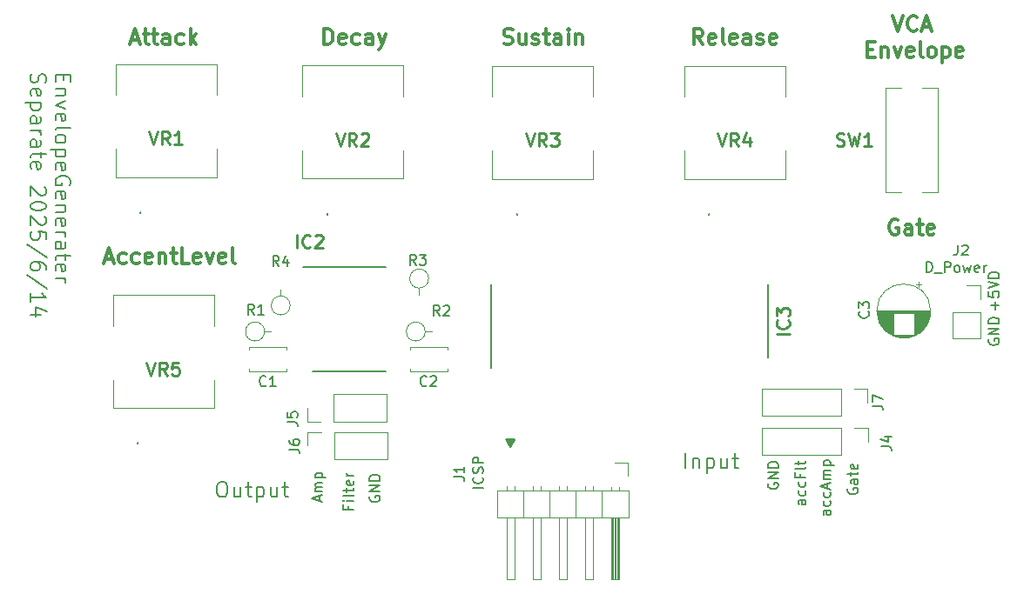
<source format=gto>
%TF.GenerationSoftware,KiCad,Pcbnew,8.0.8*%
%TF.CreationDate,2025-06-29T12:39:58+09:00*%
%TF.ProjectId,EGSeparate,45475365-7061-4726-9174-652e6b696361,rev?*%
%TF.SameCoordinates,Original*%
%TF.FileFunction,Legend,Top*%
%TF.FilePolarity,Positive*%
%FSLAX46Y46*%
G04 Gerber Fmt 4.6, Leading zero omitted, Abs format (unit mm)*
G04 Created by KiCad (PCBNEW 8.0.8) date 2025-06-29 12:39:58*
%MOMM*%
%LPD*%
G01*
G04 APERTURE LIST*
%ADD10C,0.200000*%
%ADD11C,0.150000*%
%ADD12C,0.300000*%
%ADD13C,0.254000*%
%ADD14C,0.100000*%
%ADD15C,0.120000*%
G04 APERTURE END LIST*
D10*
X165982466Y-60271326D02*
X165982466Y-59509422D01*
X166363419Y-59890374D02*
X165601514Y-59890374D01*
X165363419Y-58557041D02*
X165363419Y-59033231D01*
X165363419Y-59033231D02*
X165839609Y-59080850D01*
X165839609Y-59080850D02*
X165791990Y-59033231D01*
X165791990Y-59033231D02*
X165744371Y-58937993D01*
X165744371Y-58937993D02*
X165744371Y-58699898D01*
X165744371Y-58699898D02*
X165791990Y-58604660D01*
X165791990Y-58604660D02*
X165839609Y-58557041D01*
X165839609Y-58557041D02*
X165934847Y-58509422D01*
X165934847Y-58509422D02*
X166172942Y-58509422D01*
X166172942Y-58509422D02*
X166268180Y-58557041D01*
X166268180Y-58557041D02*
X166315800Y-58604660D01*
X166315800Y-58604660D02*
X166363419Y-58699898D01*
X166363419Y-58699898D02*
X166363419Y-58937993D01*
X166363419Y-58937993D02*
X166315800Y-59033231D01*
X166315800Y-59033231D02*
X166268180Y-59080850D01*
X165363419Y-58223707D02*
X166363419Y-57890374D01*
X166363419Y-57890374D02*
X165363419Y-57557041D01*
X166363419Y-57223707D02*
X165363419Y-57223707D01*
X165363419Y-57223707D02*
X165363419Y-56985612D01*
X165363419Y-56985612D02*
X165411038Y-56842755D01*
X165411038Y-56842755D02*
X165506276Y-56747517D01*
X165506276Y-56747517D02*
X165601514Y-56699898D01*
X165601514Y-56699898D02*
X165791990Y-56652279D01*
X165791990Y-56652279D02*
X165934847Y-56652279D01*
X165934847Y-56652279D02*
X166125323Y-56699898D01*
X166125323Y-56699898D02*
X166220561Y-56747517D01*
X166220561Y-56747517D02*
X166315800Y-56842755D01*
X166315800Y-56842755D02*
X166363419Y-56985612D01*
X166363419Y-56985612D02*
X166363419Y-57223707D01*
D11*
X159321857Y-56650931D02*
X159321857Y-55650931D01*
X159321857Y-55650931D02*
X159559952Y-55650931D01*
X159559952Y-55650931D02*
X159702809Y-55698550D01*
X159702809Y-55698550D02*
X159798047Y-55793788D01*
X159798047Y-55793788D02*
X159845666Y-55889026D01*
X159845666Y-55889026D02*
X159893285Y-56079502D01*
X159893285Y-56079502D02*
X159893285Y-56222359D01*
X159893285Y-56222359D02*
X159845666Y-56412835D01*
X159845666Y-56412835D02*
X159798047Y-56508073D01*
X159798047Y-56508073D02*
X159702809Y-56603312D01*
X159702809Y-56603312D02*
X159559952Y-56650931D01*
X159559952Y-56650931D02*
X159321857Y-56650931D01*
X160083762Y-56746169D02*
X160845666Y-56746169D01*
X161083762Y-56650931D02*
X161083762Y-55650931D01*
X161083762Y-55650931D02*
X161464714Y-55650931D01*
X161464714Y-55650931D02*
X161559952Y-55698550D01*
X161559952Y-55698550D02*
X161607571Y-55746169D01*
X161607571Y-55746169D02*
X161655190Y-55841407D01*
X161655190Y-55841407D02*
X161655190Y-55984264D01*
X161655190Y-55984264D02*
X161607571Y-56079502D01*
X161607571Y-56079502D02*
X161559952Y-56127121D01*
X161559952Y-56127121D02*
X161464714Y-56174740D01*
X161464714Y-56174740D02*
X161083762Y-56174740D01*
X162226619Y-56650931D02*
X162131381Y-56603312D01*
X162131381Y-56603312D02*
X162083762Y-56555692D01*
X162083762Y-56555692D02*
X162036143Y-56460454D01*
X162036143Y-56460454D02*
X162036143Y-56174740D01*
X162036143Y-56174740D02*
X162083762Y-56079502D01*
X162083762Y-56079502D02*
X162131381Y-56031883D01*
X162131381Y-56031883D02*
X162226619Y-55984264D01*
X162226619Y-55984264D02*
X162369476Y-55984264D01*
X162369476Y-55984264D02*
X162464714Y-56031883D01*
X162464714Y-56031883D02*
X162512333Y-56079502D01*
X162512333Y-56079502D02*
X162559952Y-56174740D01*
X162559952Y-56174740D02*
X162559952Y-56460454D01*
X162559952Y-56460454D02*
X162512333Y-56555692D01*
X162512333Y-56555692D02*
X162464714Y-56603312D01*
X162464714Y-56603312D02*
X162369476Y-56650931D01*
X162369476Y-56650931D02*
X162226619Y-56650931D01*
X162893286Y-55984264D02*
X163083762Y-56650931D01*
X163083762Y-56650931D02*
X163274238Y-56174740D01*
X163274238Y-56174740D02*
X163464714Y-56650931D01*
X163464714Y-56650931D02*
X163655190Y-55984264D01*
X164417095Y-56603312D02*
X164321857Y-56650931D01*
X164321857Y-56650931D02*
X164131381Y-56650931D01*
X164131381Y-56650931D02*
X164036143Y-56603312D01*
X164036143Y-56603312D02*
X163988524Y-56508073D01*
X163988524Y-56508073D02*
X163988524Y-56127121D01*
X163988524Y-56127121D02*
X164036143Y-56031883D01*
X164036143Y-56031883D02*
X164131381Y-55984264D01*
X164131381Y-55984264D02*
X164321857Y-55984264D01*
X164321857Y-55984264D02*
X164417095Y-56031883D01*
X164417095Y-56031883D02*
X164464714Y-56127121D01*
X164464714Y-56127121D02*
X164464714Y-56222359D01*
X164464714Y-56222359D02*
X163988524Y-56317597D01*
X164893286Y-56650931D02*
X164893286Y-55984264D01*
X164893286Y-56174740D02*
X164940905Y-56079502D01*
X164940905Y-56079502D02*
X164988524Y-56031883D01*
X164988524Y-56031883D02*
X165083762Y-55984264D01*
X165083762Y-55984264D02*
X165179000Y-55984264D01*
D10*
X149981219Y-79846755D02*
X149457409Y-79846755D01*
X149457409Y-79846755D02*
X149362171Y-79894374D01*
X149362171Y-79894374D02*
X149314552Y-79989612D01*
X149314552Y-79989612D02*
X149314552Y-80180088D01*
X149314552Y-80180088D02*
X149362171Y-80275326D01*
X149933600Y-79846755D02*
X149981219Y-79941993D01*
X149981219Y-79941993D02*
X149981219Y-80180088D01*
X149981219Y-80180088D02*
X149933600Y-80275326D01*
X149933600Y-80275326D02*
X149838361Y-80322945D01*
X149838361Y-80322945D02*
X149743123Y-80322945D01*
X149743123Y-80322945D02*
X149647885Y-80275326D01*
X149647885Y-80275326D02*
X149600266Y-80180088D01*
X149600266Y-80180088D02*
X149600266Y-79941993D01*
X149600266Y-79941993D02*
X149552647Y-79846755D01*
X149933600Y-78941993D02*
X149981219Y-79037231D01*
X149981219Y-79037231D02*
X149981219Y-79227707D01*
X149981219Y-79227707D02*
X149933600Y-79322945D01*
X149933600Y-79322945D02*
X149885980Y-79370564D01*
X149885980Y-79370564D02*
X149790742Y-79418183D01*
X149790742Y-79418183D02*
X149505028Y-79418183D01*
X149505028Y-79418183D02*
X149409790Y-79370564D01*
X149409790Y-79370564D02*
X149362171Y-79322945D01*
X149362171Y-79322945D02*
X149314552Y-79227707D01*
X149314552Y-79227707D02*
X149314552Y-79037231D01*
X149314552Y-79037231D02*
X149362171Y-78941993D01*
X149933600Y-78084850D02*
X149981219Y-78180088D01*
X149981219Y-78180088D02*
X149981219Y-78370564D01*
X149981219Y-78370564D02*
X149933600Y-78465802D01*
X149933600Y-78465802D02*
X149885980Y-78513421D01*
X149885980Y-78513421D02*
X149790742Y-78561040D01*
X149790742Y-78561040D02*
X149505028Y-78561040D01*
X149505028Y-78561040D02*
X149409790Y-78513421D01*
X149409790Y-78513421D02*
X149362171Y-78465802D01*
X149362171Y-78465802D02*
X149314552Y-78370564D01*
X149314552Y-78370564D02*
X149314552Y-78180088D01*
X149314552Y-78180088D02*
X149362171Y-78084850D01*
X149695504Y-77703897D02*
X149695504Y-77227707D01*
X149981219Y-77799135D02*
X148981219Y-77465802D01*
X148981219Y-77465802D02*
X149981219Y-77132469D01*
X149981219Y-76799135D02*
X149314552Y-76799135D01*
X149409790Y-76799135D02*
X149362171Y-76751516D01*
X149362171Y-76751516D02*
X149314552Y-76656278D01*
X149314552Y-76656278D02*
X149314552Y-76513421D01*
X149314552Y-76513421D02*
X149362171Y-76418183D01*
X149362171Y-76418183D02*
X149457409Y-76370564D01*
X149457409Y-76370564D02*
X149981219Y-76370564D01*
X149457409Y-76370564D02*
X149362171Y-76322945D01*
X149362171Y-76322945D02*
X149314552Y-76227707D01*
X149314552Y-76227707D02*
X149314552Y-76084850D01*
X149314552Y-76084850D02*
X149362171Y-75989611D01*
X149362171Y-75989611D02*
X149457409Y-75941992D01*
X149457409Y-75941992D02*
X149981219Y-75941992D01*
X149314552Y-75465802D02*
X150314552Y-75465802D01*
X149362171Y-75465802D02*
X149314552Y-75370564D01*
X149314552Y-75370564D02*
X149314552Y-75180088D01*
X149314552Y-75180088D02*
X149362171Y-75084850D01*
X149362171Y-75084850D02*
X149409790Y-75037231D01*
X149409790Y-75037231D02*
X149505028Y-74989612D01*
X149505028Y-74989612D02*
X149790742Y-74989612D01*
X149790742Y-74989612D02*
X149885980Y-75037231D01*
X149885980Y-75037231D02*
X149933600Y-75084850D01*
X149933600Y-75084850D02*
X149981219Y-75180088D01*
X149981219Y-75180088D02*
X149981219Y-75370564D01*
X149981219Y-75370564D02*
X149933600Y-75465802D01*
D12*
X137555653Y-34471828D02*
X137055653Y-33757542D01*
X136698510Y-34471828D02*
X136698510Y-32971828D01*
X136698510Y-32971828D02*
X137269939Y-32971828D01*
X137269939Y-32971828D02*
X137412796Y-33043257D01*
X137412796Y-33043257D02*
X137484225Y-33114685D01*
X137484225Y-33114685D02*
X137555653Y-33257542D01*
X137555653Y-33257542D02*
X137555653Y-33471828D01*
X137555653Y-33471828D02*
X137484225Y-33614685D01*
X137484225Y-33614685D02*
X137412796Y-33686114D01*
X137412796Y-33686114D02*
X137269939Y-33757542D01*
X137269939Y-33757542D02*
X136698510Y-33757542D01*
X138769939Y-34400400D02*
X138627082Y-34471828D01*
X138627082Y-34471828D02*
X138341368Y-34471828D01*
X138341368Y-34471828D02*
X138198510Y-34400400D01*
X138198510Y-34400400D02*
X138127082Y-34257542D01*
X138127082Y-34257542D02*
X138127082Y-33686114D01*
X138127082Y-33686114D02*
X138198510Y-33543257D01*
X138198510Y-33543257D02*
X138341368Y-33471828D01*
X138341368Y-33471828D02*
X138627082Y-33471828D01*
X138627082Y-33471828D02*
X138769939Y-33543257D01*
X138769939Y-33543257D02*
X138841368Y-33686114D01*
X138841368Y-33686114D02*
X138841368Y-33828971D01*
X138841368Y-33828971D02*
X138127082Y-33971828D01*
X139698510Y-34471828D02*
X139555653Y-34400400D01*
X139555653Y-34400400D02*
X139484224Y-34257542D01*
X139484224Y-34257542D02*
X139484224Y-32971828D01*
X140841367Y-34400400D02*
X140698510Y-34471828D01*
X140698510Y-34471828D02*
X140412796Y-34471828D01*
X140412796Y-34471828D02*
X140269938Y-34400400D01*
X140269938Y-34400400D02*
X140198510Y-34257542D01*
X140198510Y-34257542D02*
X140198510Y-33686114D01*
X140198510Y-33686114D02*
X140269938Y-33543257D01*
X140269938Y-33543257D02*
X140412796Y-33471828D01*
X140412796Y-33471828D02*
X140698510Y-33471828D01*
X140698510Y-33471828D02*
X140841367Y-33543257D01*
X140841367Y-33543257D02*
X140912796Y-33686114D01*
X140912796Y-33686114D02*
X140912796Y-33828971D01*
X140912796Y-33828971D02*
X140198510Y-33971828D01*
X142198510Y-34471828D02*
X142198510Y-33686114D01*
X142198510Y-33686114D02*
X142127081Y-33543257D01*
X142127081Y-33543257D02*
X141984224Y-33471828D01*
X141984224Y-33471828D02*
X141698510Y-33471828D01*
X141698510Y-33471828D02*
X141555652Y-33543257D01*
X142198510Y-34400400D02*
X142055652Y-34471828D01*
X142055652Y-34471828D02*
X141698510Y-34471828D01*
X141698510Y-34471828D02*
X141555652Y-34400400D01*
X141555652Y-34400400D02*
X141484224Y-34257542D01*
X141484224Y-34257542D02*
X141484224Y-34114685D01*
X141484224Y-34114685D02*
X141555652Y-33971828D01*
X141555652Y-33971828D02*
X141698510Y-33900400D01*
X141698510Y-33900400D02*
X142055652Y-33900400D01*
X142055652Y-33900400D02*
X142198510Y-33828971D01*
X142841367Y-34400400D02*
X142984224Y-34471828D01*
X142984224Y-34471828D02*
X143269938Y-34471828D01*
X143269938Y-34471828D02*
X143412795Y-34400400D01*
X143412795Y-34400400D02*
X143484224Y-34257542D01*
X143484224Y-34257542D02*
X143484224Y-34186114D01*
X143484224Y-34186114D02*
X143412795Y-34043257D01*
X143412795Y-34043257D02*
X143269938Y-33971828D01*
X143269938Y-33971828D02*
X143055653Y-33971828D01*
X143055653Y-33971828D02*
X142912795Y-33900400D01*
X142912795Y-33900400D02*
X142841367Y-33757542D01*
X142841367Y-33757542D02*
X142841367Y-33686114D01*
X142841367Y-33686114D02*
X142912795Y-33543257D01*
X142912795Y-33543257D02*
X143055653Y-33471828D01*
X143055653Y-33471828D02*
X143269938Y-33471828D01*
X143269938Y-33471828D02*
X143412795Y-33543257D01*
X144698510Y-34400400D02*
X144555653Y-34471828D01*
X144555653Y-34471828D02*
X144269939Y-34471828D01*
X144269939Y-34471828D02*
X144127081Y-34400400D01*
X144127081Y-34400400D02*
X144055653Y-34257542D01*
X144055653Y-34257542D02*
X144055653Y-33686114D01*
X144055653Y-33686114D02*
X144127081Y-33543257D01*
X144127081Y-33543257D02*
X144269939Y-33471828D01*
X144269939Y-33471828D02*
X144555653Y-33471828D01*
X144555653Y-33471828D02*
X144698510Y-33543257D01*
X144698510Y-33543257D02*
X144769939Y-33686114D01*
X144769939Y-33686114D02*
X144769939Y-33828971D01*
X144769939Y-33828971D02*
X144055653Y-33971828D01*
D10*
X119246578Y-72996933D02*
X119246578Y-72949314D01*
X119198958Y-73092171D02*
X119198958Y-72949314D01*
X119151339Y-73187409D02*
X119151339Y-72949314D01*
X119103720Y-73282647D02*
X119103720Y-72949314D01*
X119056101Y-73330266D02*
X119056101Y-72949314D01*
X119008482Y-73425504D02*
X119008482Y-72949314D01*
X118960863Y-73520742D02*
X118960863Y-72949314D01*
X118913244Y-73615980D02*
X118913244Y-72949314D01*
X118865625Y-73711219D02*
X118865625Y-72949314D01*
X118818006Y-73615980D02*
X118818006Y-72949314D01*
X118770387Y-73520742D02*
X118770387Y-72949314D01*
X118722768Y-73425504D02*
X118722768Y-72949314D01*
X118675149Y-73330266D02*
X118675149Y-72949314D01*
X118627530Y-73282647D02*
X118627530Y-72949314D01*
X118579911Y-73187409D02*
X118579911Y-72949314D01*
X118532292Y-73092171D02*
X118532292Y-72949314D01*
X118484673Y-72949314D02*
X118865625Y-73663600D01*
X118865625Y-73663600D02*
X119246578Y-72949314D01*
X118484673Y-72996933D02*
X118484673Y-72949314D01*
X118865625Y-73711219D02*
X118437054Y-72949314D01*
X118437054Y-72949314D02*
X119294197Y-72949314D01*
X119294197Y-72949314D02*
X118865625Y-73711219D01*
X75403601Y-37445720D02*
X75403601Y-37945720D01*
X74617887Y-38160006D02*
X74617887Y-37445720D01*
X74617887Y-37445720D02*
X76117887Y-37445720D01*
X76117887Y-37445720D02*
X76117887Y-38160006D01*
X75617887Y-38802863D02*
X74617887Y-38802863D01*
X75475030Y-38802863D02*
X75546458Y-38874292D01*
X75546458Y-38874292D02*
X75617887Y-39017149D01*
X75617887Y-39017149D02*
X75617887Y-39231435D01*
X75617887Y-39231435D02*
X75546458Y-39374292D01*
X75546458Y-39374292D02*
X75403601Y-39445721D01*
X75403601Y-39445721D02*
X74617887Y-39445721D01*
X75617887Y-40017149D02*
X74617887Y-40374292D01*
X74617887Y-40374292D02*
X75617887Y-40731435D01*
X74689316Y-41874292D02*
X74617887Y-41731435D01*
X74617887Y-41731435D02*
X74617887Y-41445721D01*
X74617887Y-41445721D02*
X74689316Y-41302863D01*
X74689316Y-41302863D02*
X74832173Y-41231435D01*
X74832173Y-41231435D02*
X75403601Y-41231435D01*
X75403601Y-41231435D02*
X75546458Y-41302863D01*
X75546458Y-41302863D02*
X75617887Y-41445721D01*
X75617887Y-41445721D02*
X75617887Y-41731435D01*
X75617887Y-41731435D02*
X75546458Y-41874292D01*
X75546458Y-41874292D02*
X75403601Y-41945721D01*
X75403601Y-41945721D02*
X75260744Y-41945721D01*
X75260744Y-41945721D02*
X75117887Y-41231435D01*
X74617887Y-42802863D02*
X74689316Y-42660006D01*
X74689316Y-42660006D02*
X74832173Y-42588577D01*
X74832173Y-42588577D02*
X76117887Y-42588577D01*
X74617887Y-43588577D02*
X74689316Y-43445720D01*
X74689316Y-43445720D02*
X74760744Y-43374291D01*
X74760744Y-43374291D02*
X74903601Y-43302863D01*
X74903601Y-43302863D02*
X75332173Y-43302863D01*
X75332173Y-43302863D02*
X75475030Y-43374291D01*
X75475030Y-43374291D02*
X75546458Y-43445720D01*
X75546458Y-43445720D02*
X75617887Y-43588577D01*
X75617887Y-43588577D02*
X75617887Y-43802863D01*
X75617887Y-43802863D02*
X75546458Y-43945720D01*
X75546458Y-43945720D02*
X75475030Y-44017149D01*
X75475030Y-44017149D02*
X75332173Y-44088577D01*
X75332173Y-44088577D02*
X74903601Y-44088577D01*
X74903601Y-44088577D02*
X74760744Y-44017149D01*
X74760744Y-44017149D02*
X74689316Y-43945720D01*
X74689316Y-43945720D02*
X74617887Y-43802863D01*
X74617887Y-43802863D02*
X74617887Y-43588577D01*
X75617887Y-44731434D02*
X74117887Y-44731434D01*
X75546458Y-44731434D02*
X75617887Y-44874292D01*
X75617887Y-44874292D02*
X75617887Y-45160006D01*
X75617887Y-45160006D02*
X75546458Y-45302863D01*
X75546458Y-45302863D02*
X75475030Y-45374292D01*
X75475030Y-45374292D02*
X75332173Y-45445720D01*
X75332173Y-45445720D02*
X74903601Y-45445720D01*
X74903601Y-45445720D02*
X74760744Y-45374292D01*
X74760744Y-45374292D02*
X74689316Y-45302863D01*
X74689316Y-45302863D02*
X74617887Y-45160006D01*
X74617887Y-45160006D02*
X74617887Y-44874292D01*
X74617887Y-44874292D02*
X74689316Y-44731434D01*
X74689316Y-46660006D02*
X74617887Y-46517149D01*
X74617887Y-46517149D02*
X74617887Y-46231435D01*
X74617887Y-46231435D02*
X74689316Y-46088577D01*
X74689316Y-46088577D02*
X74832173Y-46017149D01*
X74832173Y-46017149D02*
X75403601Y-46017149D01*
X75403601Y-46017149D02*
X75546458Y-46088577D01*
X75546458Y-46088577D02*
X75617887Y-46231435D01*
X75617887Y-46231435D02*
X75617887Y-46517149D01*
X75617887Y-46517149D02*
X75546458Y-46660006D01*
X75546458Y-46660006D02*
X75403601Y-46731435D01*
X75403601Y-46731435D02*
X75260744Y-46731435D01*
X75260744Y-46731435D02*
X75117887Y-46017149D01*
X76046458Y-48160006D02*
X76117887Y-48017149D01*
X76117887Y-48017149D02*
X76117887Y-47802863D01*
X76117887Y-47802863D02*
X76046458Y-47588577D01*
X76046458Y-47588577D02*
X75903601Y-47445720D01*
X75903601Y-47445720D02*
X75760744Y-47374291D01*
X75760744Y-47374291D02*
X75475030Y-47302863D01*
X75475030Y-47302863D02*
X75260744Y-47302863D01*
X75260744Y-47302863D02*
X74975030Y-47374291D01*
X74975030Y-47374291D02*
X74832173Y-47445720D01*
X74832173Y-47445720D02*
X74689316Y-47588577D01*
X74689316Y-47588577D02*
X74617887Y-47802863D01*
X74617887Y-47802863D02*
X74617887Y-47945720D01*
X74617887Y-47945720D02*
X74689316Y-48160006D01*
X74689316Y-48160006D02*
X74760744Y-48231434D01*
X74760744Y-48231434D02*
X75260744Y-48231434D01*
X75260744Y-48231434D02*
X75260744Y-47945720D01*
X74689316Y-49445720D02*
X74617887Y-49302863D01*
X74617887Y-49302863D02*
X74617887Y-49017149D01*
X74617887Y-49017149D02*
X74689316Y-48874291D01*
X74689316Y-48874291D02*
X74832173Y-48802863D01*
X74832173Y-48802863D02*
X75403601Y-48802863D01*
X75403601Y-48802863D02*
X75546458Y-48874291D01*
X75546458Y-48874291D02*
X75617887Y-49017149D01*
X75617887Y-49017149D02*
X75617887Y-49302863D01*
X75617887Y-49302863D02*
X75546458Y-49445720D01*
X75546458Y-49445720D02*
X75403601Y-49517149D01*
X75403601Y-49517149D02*
X75260744Y-49517149D01*
X75260744Y-49517149D02*
X75117887Y-48802863D01*
X75617887Y-50160005D02*
X74617887Y-50160005D01*
X75475030Y-50160005D02*
X75546458Y-50231434D01*
X75546458Y-50231434D02*
X75617887Y-50374291D01*
X75617887Y-50374291D02*
X75617887Y-50588577D01*
X75617887Y-50588577D02*
X75546458Y-50731434D01*
X75546458Y-50731434D02*
X75403601Y-50802863D01*
X75403601Y-50802863D02*
X74617887Y-50802863D01*
X74689316Y-52088577D02*
X74617887Y-51945720D01*
X74617887Y-51945720D02*
X74617887Y-51660006D01*
X74617887Y-51660006D02*
X74689316Y-51517148D01*
X74689316Y-51517148D02*
X74832173Y-51445720D01*
X74832173Y-51445720D02*
X75403601Y-51445720D01*
X75403601Y-51445720D02*
X75546458Y-51517148D01*
X75546458Y-51517148D02*
X75617887Y-51660006D01*
X75617887Y-51660006D02*
X75617887Y-51945720D01*
X75617887Y-51945720D02*
X75546458Y-52088577D01*
X75546458Y-52088577D02*
X75403601Y-52160006D01*
X75403601Y-52160006D02*
X75260744Y-52160006D01*
X75260744Y-52160006D02*
X75117887Y-51445720D01*
X74617887Y-52802862D02*
X75617887Y-52802862D01*
X75332173Y-52802862D02*
X75475030Y-52874291D01*
X75475030Y-52874291D02*
X75546458Y-52945720D01*
X75546458Y-52945720D02*
X75617887Y-53088577D01*
X75617887Y-53088577D02*
X75617887Y-53231434D01*
X74617887Y-54374291D02*
X75403601Y-54374291D01*
X75403601Y-54374291D02*
X75546458Y-54302862D01*
X75546458Y-54302862D02*
X75617887Y-54160005D01*
X75617887Y-54160005D02*
X75617887Y-53874291D01*
X75617887Y-53874291D02*
X75546458Y-53731433D01*
X74689316Y-54374291D02*
X74617887Y-54231433D01*
X74617887Y-54231433D02*
X74617887Y-53874291D01*
X74617887Y-53874291D02*
X74689316Y-53731433D01*
X74689316Y-53731433D02*
X74832173Y-53660005D01*
X74832173Y-53660005D02*
X74975030Y-53660005D01*
X74975030Y-53660005D02*
X75117887Y-53731433D01*
X75117887Y-53731433D02*
X75189316Y-53874291D01*
X75189316Y-53874291D02*
X75189316Y-54231433D01*
X75189316Y-54231433D02*
X75260744Y-54374291D01*
X75617887Y-54874291D02*
X75617887Y-55445719D01*
X76117887Y-55088576D02*
X74832173Y-55088576D01*
X74832173Y-55088576D02*
X74689316Y-55160005D01*
X74689316Y-55160005D02*
X74617887Y-55302862D01*
X74617887Y-55302862D02*
X74617887Y-55445719D01*
X74689316Y-56517148D02*
X74617887Y-56374291D01*
X74617887Y-56374291D02*
X74617887Y-56088577D01*
X74617887Y-56088577D02*
X74689316Y-55945719D01*
X74689316Y-55945719D02*
X74832173Y-55874291D01*
X74832173Y-55874291D02*
X75403601Y-55874291D01*
X75403601Y-55874291D02*
X75546458Y-55945719D01*
X75546458Y-55945719D02*
X75617887Y-56088577D01*
X75617887Y-56088577D02*
X75617887Y-56374291D01*
X75617887Y-56374291D02*
X75546458Y-56517148D01*
X75546458Y-56517148D02*
X75403601Y-56588577D01*
X75403601Y-56588577D02*
X75260744Y-56588577D01*
X75260744Y-56588577D02*
X75117887Y-55874291D01*
X74617887Y-57231433D02*
X75617887Y-57231433D01*
X75332173Y-57231433D02*
X75475030Y-57302862D01*
X75475030Y-57302862D02*
X75546458Y-57374291D01*
X75546458Y-57374291D02*
X75617887Y-57517148D01*
X75617887Y-57517148D02*
X75617887Y-57660005D01*
X72274400Y-37374292D02*
X72202971Y-37588578D01*
X72202971Y-37588578D02*
X72202971Y-37945720D01*
X72202971Y-37945720D02*
X72274400Y-38088578D01*
X72274400Y-38088578D02*
X72345828Y-38160006D01*
X72345828Y-38160006D02*
X72488685Y-38231435D01*
X72488685Y-38231435D02*
X72631542Y-38231435D01*
X72631542Y-38231435D02*
X72774400Y-38160006D01*
X72774400Y-38160006D02*
X72845828Y-38088578D01*
X72845828Y-38088578D02*
X72917257Y-37945720D01*
X72917257Y-37945720D02*
X72988685Y-37660006D01*
X72988685Y-37660006D02*
X73060114Y-37517149D01*
X73060114Y-37517149D02*
X73131542Y-37445720D01*
X73131542Y-37445720D02*
X73274400Y-37374292D01*
X73274400Y-37374292D02*
X73417257Y-37374292D01*
X73417257Y-37374292D02*
X73560114Y-37445720D01*
X73560114Y-37445720D02*
X73631542Y-37517149D01*
X73631542Y-37517149D02*
X73702971Y-37660006D01*
X73702971Y-37660006D02*
X73702971Y-38017149D01*
X73702971Y-38017149D02*
X73631542Y-38231435D01*
X72274400Y-39445720D02*
X72202971Y-39302863D01*
X72202971Y-39302863D02*
X72202971Y-39017149D01*
X72202971Y-39017149D02*
X72274400Y-38874291D01*
X72274400Y-38874291D02*
X72417257Y-38802863D01*
X72417257Y-38802863D02*
X72988685Y-38802863D01*
X72988685Y-38802863D02*
X73131542Y-38874291D01*
X73131542Y-38874291D02*
X73202971Y-39017149D01*
X73202971Y-39017149D02*
X73202971Y-39302863D01*
X73202971Y-39302863D02*
X73131542Y-39445720D01*
X73131542Y-39445720D02*
X72988685Y-39517149D01*
X72988685Y-39517149D02*
X72845828Y-39517149D01*
X72845828Y-39517149D02*
X72702971Y-38802863D01*
X73202971Y-40160005D02*
X71702971Y-40160005D01*
X73131542Y-40160005D02*
X73202971Y-40302863D01*
X73202971Y-40302863D02*
X73202971Y-40588577D01*
X73202971Y-40588577D02*
X73131542Y-40731434D01*
X73131542Y-40731434D02*
X73060114Y-40802863D01*
X73060114Y-40802863D02*
X72917257Y-40874291D01*
X72917257Y-40874291D02*
X72488685Y-40874291D01*
X72488685Y-40874291D02*
X72345828Y-40802863D01*
X72345828Y-40802863D02*
X72274400Y-40731434D01*
X72274400Y-40731434D02*
X72202971Y-40588577D01*
X72202971Y-40588577D02*
X72202971Y-40302863D01*
X72202971Y-40302863D02*
X72274400Y-40160005D01*
X72202971Y-42160006D02*
X72988685Y-42160006D01*
X72988685Y-42160006D02*
X73131542Y-42088577D01*
X73131542Y-42088577D02*
X73202971Y-41945720D01*
X73202971Y-41945720D02*
X73202971Y-41660006D01*
X73202971Y-41660006D02*
X73131542Y-41517148D01*
X72274400Y-42160006D02*
X72202971Y-42017148D01*
X72202971Y-42017148D02*
X72202971Y-41660006D01*
X72202971Y-41660006D02*
X72274400Y-41517148D01*
X72274400Y-41517148D02*
X72417257Y-41445720D01*
X72417257Y-41445720D02*
X72560114Y-41445720D01*
X72560114Y-41445720D02*
X72702971Y-41517148D01*
X72702971Y-41517148D02*
X72774400Y-41660006D01*
X72774400Y-41660006D02*
X72774400Y-42017148D01*
X72774400Y-42017148D02*
X72845828Y-42160006D01*
X72202971Y-42874291D02*
X73202971Y-42874291D01*
X72917257Y-42874291D02*
X73060114Y-42945720D01*
X73060114Y-42945720D02*
X73131542Y-43017149D01*
X73131542Y-43017149D02*
X73202971Y-43160006D01*
X73202971Y-43160006D02*
X73202971Y-43302863D01*
X72202971Y-44445720D02*
X72988685Y-44445720D01*
X72988685Y-44445720D02*
X73131542Y-44374291D01*
X73131542Y-44374291D02*
X73202971Y-44231434D01*
X73202971Y-44231434D02*
X73202971Y-43945720D01*
X73202971Y-43945720D02*
X73131542Y-43802862D01*
X72274400Y-44445720D02*
X72202971Y-44302862D01*
X72202971Y-44302862D02*
X72202971Y-43945720D01*
X72202971Y-43945720D02*
X72274400Y-43802862D01*
X72274400Y-43802862D02*
X72417257Y-43731434D01*
X72417257Y-43731434D02*
X72560114Y-43731434D01*
X72560114Y-43731434D02*
X72702971Y-43802862D01*
X72702971Y-43802862D02*
X72774400Y-43945720D01*
X72774400Y-43945720D02*
X72774400Y-44302862D01*
X72774400Y-44302862D02*
X72845828Y-44445720D01*
X73202971Y-44945720D02*
X73202971Y-45517148D01*
X73702971Y-45160005D02*
X72417257Y-45160005D01*
X72417257Y-45160005D02*
X72274400Y-45231434D01*
X72274400Y-45231434D02*
X72202971Y-45374291D01*
X72202971Y-45374291D02*
X72202971Y-45517148D01*
X72274400Y-46588577D02*
X72202971Y-46445720D01*
X72202971Y-46445720D02*
X72202971Y-46160006D01*
X72202971Y-46160006D02*
X72274400Y-46017148D01*
X72274400Y-46017148D02*
X72417257Y-45945720D01*
X72417257Y-45945720D02*
X72988685Y-45945720D01*
X72988685Y-45945720D02*
X73131542Y-46017148D01*
X73131542Y-46017148D02*
X73202971Y-46160006D01*
X73202971Y-46160006D02*
X73202971Y-46445720D01*
X73202971Y-46445720D02*
X73131542Y-46588577D01*
X73131542Y-46588577D02*
X72988685Y-46660006D01*
X72988685Y-46660006D02*
X72845828Y-46660006D01*
X72845828Y-46660006D02*
X72702971Y-45945720D01*
X73560114Y-48374291D02*
X73631542Y-48445719D01*
X73631542Y-48445719D02*
X73702971Y-48588577D01*
X73702971Y-48588577D02*
X73702971Y-48945719D01*
X73702971Y-48945719D02*
X73631542Y-49088577D01*
X73631542Y-49088577D02*
X73560114Y-49160005D01*
X73560114Y-49160005D02*
X73417257Y-49231434D01*
X73417257Y-49231434D02*
X73274400Y-49231434D01*
X73274400Y-49231434D02*
X73060114Y-49160005D01*
X73060114Y-49160005D02*
X72202971Y-48302862D01*
X72202971Y-48302862D02*
X72202971Y-49231434D01*
X73702971Y-50160005D02*
X73702971Y-50302862D01*
X73702971Y-50302862D02*
X73631542Y-50445719D01*
X73631542Y-50445719D02*
X73560114Y-50517148D01*
X73560114Y-50517148D02*
X73417257Y-50588576D01*
X73417257Y-50588576D02*
X73131542Y-50660005D01*
X73131542Y-50660005D02*
X72774400Y-50660005D01*
X72774400Y-50660005D02*
X72488685Y-50588576D01*
X72488685Y-50588576D02*
X72345828Y-50517148D01*
X72345828Y-50517148D02*
X72274400Y-50445719D01*
X72274400Y-50445719D02*
X72202971Y-50302862D01*
X72202971Y-50302862D02*
X72202971Y-50160005D01*
X72202971Y-50160005D02*
X72274400Y-50017148D01*
X72274400Y-50017148D02*
X72345828Y-49945719D01*
X72345828Y-49945719D02*
X72488685Y-49874290D01*
X72488685Y-49874290D02*
X72774400Y-49802862D01*
X72774400Y-49802862D02*
X73131542Y-49802862D01*
X73131542Y-49802862D02*
X73417257Y-49874290D01*
X73417257Y-49874290D02*
X73560114Y-49945719D01*
X73560114Y-49945719D02*
X73631542Y-50017148D01*
X73631542Y-50017148D02*
X73702971Y-50160005D01*
X73560114Y-51231433D02*
X73631542Y-51302861D01*
X73631542Y-51302861D02*
X73702971Y-51445719D01*
X73702971Y-51445719D02*
X73702971Y-51802861D01*
X73702971Y-51802861D02*
X73631542Y-51945719D01*
X73631542Y-51945719D02*
X73560114Y-52017147D01*
X73560114Y-52017147D02*
X73417257Y-52088576D01*
X73417257Y-52088576D02*
X73274400Y-52088576D01*
X73274400Y-52088576D02*
X73060114Y-52017147D01*
X73060114Y-52017147D02*
X72202971Y-51160004D01*
X72202971Y-51160004D02*
X72202971Y-52088576D01*
X73702971Y-53445718D02*
X73702971Y-52731432D01*
X73702971Y-52731432D02*
X72988685Y-52660004D01*
X72988685Y-52660004D02*
X73060114Y-52731432D01*
X73060114Y-52731432D02*
X73131542Y-52874290D01*
X73131542Y-52874290D02*
X73131542Y-53231432D01*
X73131542Y-53231432D02*
X73060114Y-53374290D01*
X73060114Y-53374290D02*
X72988685Y-53445718D01*
X72988685Y-53445718D02*
X72845828Y-53517147D01*
X72845828Y-53517147D02*
X72488685Y-53517147D01*
X72488685Y-53517147D02*
X72345828Y-53445718D01*
X72345828Y-53445718D02*
X72274400Y-53374290D01*
X72274400Y-53374290D02*
X72202971Y-53231432D01*
X72202971Y-53231432D02*
X72202971Y-52874290D01*
X72202971Y-52874290D02*
X72274400Y-52731432D01*
X72274400Y-52731432D02*
X72345828Y-52660004D01*
X73774400Y-55231432D02*
X71845828Y-53945718D01*
X73702971Y-56374290D02*
X73702971Y-56088575D01*
X73702971Y-56088575D02*
X73631542Y-55945718D01*
X73631542Y-55945718D02*
X73560114Y-55874290D01*
X73560114Y-55874290D02*
X73345828Y-55731432D01*
X73345828Y-55731432D02*
X73060114Y-55660004D01*
X73060114Y-55660004D02*
X72488685Y-55660004D01*
X72488685Y-55660004D02*
X72345828Y-55731432D01*
X72345828Y-55731432D02*
X72274400Y-55802861D01*
X72274400Y-55802861D02*
X72202971Y-55945718D01*
X72202971Y-55945718D02*
X72202971Y-56231432D01*
X72202971Y-56231432D02*
X72274400Y-56374290D01*
X72274400Y-56374290D02*
X72345828Y-56445718D01*
X72345828Y-56445718D02*
X72488685Y-56517147D01*
X72488685Y-56517147D02*
X72845828Y-56517147D01*
X72845828Y-56517147D02*
X72988685Y-56445718D01*
X72988685Y-56445718D02*
X73060114Y-56374290D01*
X73060114Y-56374290D02*
X73131542Y-56231432D01*
X73131542Y-56231432D02*
X73131542Y-55945718D01*
X73131542Y-55945718D02*
X73060114Y-55802861D01*
X73060114Y-55802861D02*
X72988685Y-55731432D01*
X72988685Y-55731432D02*
X72845828Y-55660004D01*
X73774400Y-58231432D02*
X71845828Y-56945718D01*
X72202971Y-59517147D02*
X72202971Y-58660004D01*
X72202971Y-59088575D02*
X73702971Y-59088575D01*
X73702971Y-59088575D02*
X73488685Y-58945718D01*
X73488685Y-58945718D02*
X73345828Y-58802861D01*
X73345828Y-58802861D02*
X73274400Y-58660004D01*
X73202971Y-60802861D02*
X72202971Y-60802861D01*
X73774400Y-60445718D02*
X72702971Y-60088575D01*
X72702971Y-60088575D02*
X72702971Y-61017146D01*
D12*
X118212082Y-34400400D02*
X118426368Y-34471828D01*
X118426368Y-34471828D02*
X118783510Y-34471828D01*
X118783510Y-34471828D02*
X118926368Y-34400400D01*
X118926368Y-34400400D02*
X118997796Y-34328971D01*
X118997796Y-34328971D02*
X119069225Y-34186114D01*
X119069225Y-34186114D02*
X119069225Y-34043257D01*
X119069225Y-34043257D02*
X118997796Y-33900400D01*
X118997796Y-33900400D02*
X118926368Y-33828971D01*
X118926368Y-33828971D02*
X118783510Y-33757542D01*
X118783510Y-33757542D02*
X118497796Y-33686114D01*
X118497796Y-33686114D02*
X118354939Y-33614685D01*
X118354939Y-33614685D02*
X118283510Y-33543257D01*
X118283510Y-33543257D02*
X118212082Y-33400400D01*
X118212082Y-33400400D02*
X118212082Y-33257542D01*
X118212082Y-33257542D02*
X118283510Y-33114685D01*
X118283510Y-33114685D02*
X118354939Y-33043257D01*
X118354939Y-33043257D02*
X118497796Y-32971828D01*
X118497796Y-32971828D02*
X118854939Y-32971828D01*
X118854939Y-32971828D02*
X119069225Y-33043257D01*
X120354939Y-33471828D02*
X120354939Y-34471828D01*
X119712081Y-33471828D02*
X119712081Y-34257542D01*
X119712081Y-34257542D02*
X119783510Y-34400400D01*
X119783510Y-34400400D02*
X119926367Y-34471828D01*
X119926367Y-34471828D02*
X120140653Y-34471828D01*
X120140653Y-34471828D02*
X120283510Y-34400400D01*
X120283510Y-34400400D02*
X120354939Y-34328971D01*
X120997796Y-34400400D02*
X121140653Y-34471828D01*
X121140653Y-34471828D02*
X121426367Y-34471828D01*
X121426367Y-34471828D02*
X121569224Y-34400400D01*
X121569224Y-34400400D02*
X121640653Y-34257542D01*
X121640653Y-34257542D02*
X121640653Y-34186114D01*
X121640653Y-34186114D02*
X121569224Y-34043257D01*
X121569224Y-34043257D02*
X121426367Y-33971828D01*
X121426367Y-33971828D02*
X121212082Y-33971828D01*
X121212082Y-33971828D02*
X121069224Y-33900400D01*
X121069224Y-33900400D02*
X120997796Y-33757542D01*
X120997796Y-33757542D02*
X120997796Y-33686114D01*
X120997796Y-33686114D02*
X121069224Y-33543257D01*
X121069224Y-33543257D02*
X121212082Y-33471828D01*
X121212082Y-33471828D02*
X121426367Y-33471828D01*
X121426367Y-33471828D02*
X121569224Y-33543257D01*
X122069225Y-33471828D02*
X122640653Y-33471828D01*
X122283510Y-32971828D02*
X122283510Y-34257542D01*
X122283510Y-34257542D02*
X122354939Y-34400400D01*
X122354939Y-34400400D02*
X122497796Y-34471828D01*
X122497796Y-34471828D02*
X122640653Y-34471828D01*
X123783511Y-34471828D02*
X123783511Y-33686114D01*
X123783511Y-33686114D02*
X123712082Y-33543257D01*
X123712082Y-33543257D02*
X123569225Y-33471828D01*
X123569225Y-33471828D02*
X123283511Y-33471828D01*
X123283511Y-33471828D02*
X123140653Y-33543257D01*
X123783511Y-34400400D02*
X123640653Y-34471828D01*
X123640653Y-34471828D02*
X123283511Y-34471828D01*
X123283511Y-34471828D02*
X123140653Y-34400400D01*
X123140653Y-34400400D02*
X123069225Y-34257542D01*
X123069225Y-34257542D02*
X123069225Y-34114685D01*
X123069225Y-34114685D02*
X123140653Y-33971828D01*
X123140653Y-33971828D02*
X123283511Y-33900400D01*
X123283511Y-33900400D02*
X123640653Y-33900400D01*
X123640653Y-33900400D02*
X123783511Y-33828971D01*
X124497796Y-34471828D02*
X124497796Y-33471828D01*
X124497796Y-32971828D02*
X124426368Y-33043257D01*
X124426368Y-33043257D02*
X124497796Y-33114685D01*
X124497796Y-33114685D02*
X124569225Y-33043257D01*
X124569225Y-33043257D02*
X124497796Y-32971828D01*
X124497796Y-32971828D02*
X124497796Y-33114685D01*
X125212082Y-33471828D02*
X125212082Y-34471828D01*
X125212082Y-33614685D02*
X125283511Y-33543257D01*
X125283511Y-33543257D02*
X125426368Y-33471828D01*
X125426368Y-33471828D02*
X125640654Y-33471828D01*
X125640654Y-33471828D02*
X125783511Y-33543257D01*
X125783511Y-33543257D02*
X125854940Y-33686114D01*
X125854940Y-33686114D02*
X125854940Y-34471828D01*
D10*
X147568219Y-78830755D02*
X147044409Y-78830755D01*
X147044409Y-78830755D02*
X146949171Y-78878374D01*
X146949171Y-78878374D02*
X146901552Y-78973612D01*
X146901552Y-78973612D02*
X146901552Y-79164088D01*
X146901552Y-79164088D02*
X146949171Y-79259326D01*
X147520600Y-78830755D02*
X147568219Y-78925993D01*
X147568219Y-78925993D02*
X147568219Y-79164088D01*
X147568219Y-79164088D02*
X147520600Y-79259326D01*
X147520600Y-79259326D02*
X147425361Y-79306945D01*
X147425361Y-79306945D02*
X147330123Y-79306945D01*
X147330123Y-79306945D02*
X147234885Y-79259326D01*
X147234885Y-79259326D02*
X147187266Y-79164088D01*
X147187266Y-79164088D02*
X147187266Y-78925993D01*
X147187266Y-78925993D02*
X147139647Y-78830755D01*
X147520600Y-77925993D02*
X147568219Y-78021231D01*
X147568219Y-78021231D02*
X147568219Y-78211707D01*
X147568219Y-78211707D02*
X147520600Y-78306945D01*
X147520600Y-78306945D02*
X147472980Y-78354564D01*
X147472980Y-78354564D02*
X147377742Y-78402183D01*
X147377742Y-78402183D02*
X147092028Y-78402183D01*
X147092028Y-78402183D02*
X146996790Y-78354564D01*
X146996790Y-78354564D02*
X146949171Y-78306945D01*
X146949171Y-78306945D02*
X146901552Y-78211707D01*
X146901552Y-78211707D02*
X146901552Y-78021231D01*
X146901552Y-78021231D02*
X146949171Y-77925993D01*
X147520600Y-77068850D02*
X147568219Y-77164088D01*
X147568219Y-77164088D02*
X147568219Y-77354564D01*
X147568219Y-77354564D02*
X147520600Y-77449802D01*
X147520600Y-77449802D02*
X147472980Y-77497421D01*
X147472980Y-77497421D02*
X147377742Y-77545040D01*
X147377742Y-77545040D02*
X147092028Y-77545040D01*
X147092028Y-77545040D02*
X146996790Y-77497421D01*
X146996790Y-77497421D02*
X146949171Y-77449802D01*
X146949171Y-77449802D02*
X146901552Y-77354564D01*
X146901552Y-77354564D02*
X146901552Y-77164088D01*
X146901552Y-77164088D02*
X146949171Y-77068850D01*
X147044409Y-76306945D02*
X147044409Y-76640278D01*
X147568219Y-76640278D02*
X146568219Y-76640278D01*
X146568219Y-76640278D02*
X146568219Y-76164088D01*
X147568219Y-75640278D02*
X147520600Y-75735516D01*
X147520600Y-75735516D02*
X147425361Y-75783135D01*
X147425361Y-75783135D02*
X146568219Y-75783135D01*
X146901552Y-75402182D02*
X146901552Y-75021230D01*
X146568219Y-75259325D02*
X147425361Y-75259325D01*
X147425361Y-75259325D02*
X147520600Y-75211706D01*
X147520600Y-75211706D02*
X147568219Y-75116468D01*
X147568219Y-75116468D02*
X147568219Y-75021230D01*
X143948838Y-77211517D02*
X143901219Y-77306755D01*
X143901219Y-77306755D02*
X143901219Y-77449612D01*
X143901219Y-77449612D02*
X143948838Y-77592469D01*
X143948838Y-77592469D02*
X144044076Y-77687707D01*
X144044076Y-77687707D02*
X144139314Y-77735326D01*
X144139314Y-77735326D02*
X144329790Y-77782945D01*
X144329790Y-77782945D02*
X144472647Y-77782945D01*
X144472647Y-77782945D02*
X144663123Y-77735326D01*
X144663123Y-77735326D02*
X144758361Y-77687707D01*
X144758361Y-77687707D02*
X144853600Y-77592469D01*
X144853600Y-77592469D02*
X144901219Y-77449612D01*
X144901219Y-77449612D02*
X144901219Y-77354374D01*
X144901219Y-77354374D02*
X144853600Y-77211517D01*
X144853600Y-77211517D02*
X144805980Y-77163898D01*
X144805980Y-77163898D02*
X144472647Y-77163898D01*
X144472647Y-77163898D02*
X144472647Y-77354374D01*
X144901219Y-76735326D02*
X143901219Y-76735326D01*
X143901219Y-76735326D02*
X144901219Y-76163898D01*
X144901219Y-76163898D02*
X143901219Y-76163898D01*
X144901219Y-75687707D02*
X143901219Y-75687707D01*
X143901219Y-75687707D02*
X143901219Y-75449612D01*
X143901219Y-75449612D02*
X143948838Y-75306755D01*
X143948838Y-75306755D02*
X144044076Y-75211517D01*
X144044076Y-75211517D02*
X144139314Y-75163898D01*
X144139314Y-75163898D02*
X144329790Y-75116279D01*
X144329790Y-75116279D02*
X144472647Y-75116279D01*
X144472647Y-75116279D02*
X144663123Y-75163898D01*
X144663123Y-75163898D02*
X144758361Y-75211517D01*
X144758361Y-75211517D02*
X144853600Y-75306755D01*
X144853600Y-75306755D02*
X144901219Y-75449612D01*
X144901219Y-75449612D02*
X144901219Y-75687707D01*
X100292504Y-78925945D02*
X100292504Y-78449755D01*
X100578219Y-79021183D02*
X99578219Y-78687850D01*
X99578219Y-78687850D02*
X100578219Y-78354517D01*
X100578219Y-78021183D02*
X99911552Y-78021183D01*
X100006790Y-78021183D02*
X99959171Y-77973564D01*
X99959171Y-77973564D02*
X99911552Y-77878326D01*
X99911552Y-77878326D02*
X99911552Y-77735469D01*
X99911552Y-77735469D02*
X99959171Y-77640231D01*
X99959171Y-77640231D02*
X100054409Y-77592612D01*
X100054409Y-77592612D02*
X100578219Y-77592612D01*
X100054409Y-77592612D02*
X99959171Y-77544993D01*
X99959171Y-77544993D02*
X99911552Y-77449755D01*
X99911552Y-77449755D02*
X99911552Y-77306898D01*
X99911552Y-77306898D02*
X99959171Y-77211659D01*
X99959171Y-77211659D02*
X100054409Y-77164040D01*
X100054409Y-77164040D02*
X100578219Y-77164040D01*
X99911552Y-76687850D02*
X100911552Y-76687850D01*
X99959171Y-76687850D02*
X99911552Y-76592612D01*
X99911552Y-76592612D02*
X99911552Y-76402136D01*
X99911552Y-76402136D02*
X99959171Y-76306898D01*
X99959171Y-76306898D02*
X100006790Y-76259279D01*
X100006790Y-76259279D02*
X100102028Y-76211660D01*
X100102028Y-76211660D02*
X100387742Y-76211660D01*
X100387742Y-76211660D02*
X100482980Y-76259279D01*
X100482980Y-76259279D02*
X100530600Y-76306898D01*
X100530600Y-76306898D02*
X100578219Y-76402136D01*
X100578219Y-76402136D02*
X100578219Y-76592612D01*
X100578219Y-76592612D02*
X100530600Y-76687850D01*
D12*
X79483082Y-55372257D02*
X80197368Y-55372257D01*
X79340225Y-55800828D02*
X79840225Y-54300828D01*
X79840225Y-54300828D02*
X80340225Y-55800828D01*
X81483082Y-55729400D02*
X81340224Y-55800828D01*
X81340224Y-55800828D02*
X81054510Y-55800828D01*
X81054510Y-55800828D02*
X80911653Y-55729400D01*
X80911653Y-55729400D02*
X80840224Y-55657971D01*
X80840224Y-55657971D02*
X80768796Y-55515114D01*
X80768796Y-55515114D02*
X80768796Y-55086542D01*
X80768796Y-55086542D02*
X80840224Y-54943685D01*
X80840224Y-54943685D02*
X80911653Y-54872257D01*
X80911653Y-54872257D02*
X81054510Y-54800828D01*
X81054510Y-54800828D02*
X81340224Y-54800828D01*
X81340224Y-54800828D02*
X81483082Y-54872257D01*
X82768796Y-55729400D02*
X82625938Y-55800828D01*
X82625938Y-55800828D02*
X82340224Y-55800828D01*
X82340224Y-55800828D02*
X82197367Y-55729400D01*
X82197367Y-55729400D02*
X82125938Y-55657971D01*
X82125938Y-55657971D02*
X82054510Y-55515114D01*
X82054510Y-55515114D02*
X82054510Y-55086542D01*
X82054510Y-55086542D02*
X82125938Y-54943685D01*
X82125938Y-54943685D02*
X82197367Y-54872257D01*
X82197367Y-54872257D02*
X82340224Y-54800828D01*
X82340224Y-54800828D02*
X82625938Y-54800828D01*
X82625938Y-54800828D02*
X82768796Y-54872257D01*
X83983081Y-55729400D02*
X83840224Y-55800828D01*
X83840224Y-55800828D02*
X83554510Y-55800828D01*
X83554510Y-55800828D02*
X83411652Y-55729400D01*
X83411652Y-55729400D02*
X83340224Y-55586542D01*
X83340224Y-55586542D02*
X83340224Y-55015114D01*
X83340224Y-55015114D02*
X83411652Y-54872257D01*
X83411652Y-54872257D02*
X83554510Y-54800828D01*
X83554510Y-54800828D02*
X83840224Y-54800828D01*
X83840224Y-54800828D02*
X83983081Y-54872257D01*
X83983081Y-54872257D02*
X84054510Y-55015114D01*
X84054510Y-55015114D02*
X84054510Y-55157971D01*
X84054510Y-55157971D02*
X83340224Y-55300828D01*
X84697366Y-54800828D02*
X84697366Y-55800828D01*
X84697366Y-54943685D02*
X84768795Y-54872257D01*
X84768795Y-54872257D02*
X84911652Y-54800828D01*
X84911652Y-54800828D02*
X85125938Y-54800828D01*
X85125938Y-54800828D02*
X85268795Y-54872257D01*
X85268795Y-54872257D02*
X85340224Y-55015114D01*
X85340224Y-55015114D02*
X85340224Y-55800828D01*
X85840224Y-54800828D02*
X86411652Y-54800828D01*
X86054509Y-54300828D02*
X86054509Y-55586542D01*
X86054509Y-55586542D02*
X86125938Y-55729400D01*
X86125938Y-55729400D02*
X86268795Y-55800828D01*
X86268795Y-55800828D02*
X86411652Y-55800828D01*
X87625938Y-55800828D02*
X86911652Y-55800828D01*
X86911652Y-55800828D02*
X86911652Y-54300828D01*
X88697367Y-55729400D02*
X88554510Y-55800828D01*
X88554510Y-55800828D02*
X88268796Y-55800828D01*
X88268796Y-55800828D02*
X88125938Y-55729400D01*
X88125938Y-55729400D02*
X88054510Y-55586542D01*
X88054510Y-55586542D02*
X88054510Y-55015114D01*
X88054510Y-55015114D02*
X88125938Y-54872257D01*
X88125938Y-54872257D02*
X88268796Y-54800828D01*
X88268796Y-54800828D02*
X88554510Y-54800828D01*
X88554510Y-54800828D02*
X88697367Y-54872257D01*
X88697367Y-54872257D02*
X88768796Y-55015114D01*
X88768796Y-55015114D02*
X88768796Y-55157971D01*
X88768796Y-55157971D02*
X88054510Y-55300828D01*
X89268795Y-54800828D02*
X89625938Y-55800828D01*
X89625938Y-55800828D02*
X89983081Y-54800828D01*
X91125938Y-55729400D02*
X90983081Y-55800828D01*
X90983081Y-55800828D02*
X90697367Y-55800828D01*
X90697367Y-55800828D02*
X90554509Y-55729400D01*
X90554509Y-55729400D02*
X90483081Y-55586542D01*
X90483081Y-55586542D02*
X90483081Y-55015114D01*
X90483081Y-55015114D02*
X90554509Y-54872257D01*
X90554509Y-54872257D02*
X90697367Y-54800828D01*
X90697367Y-54800828D02*
X90983081Y-54800828D01*
X90983081Y-54800828D02*
X91125938Y-54872257D01*
X91125938Y-54872257D02*
X91197367Y-55015114D01*
X91197367Y-55015114D02*
X91197367Y-55157971D01*
X91197367Y-55157971D02*
X90483081Y-55300828D01*
X92054509Y-55800828D02*
X91911652Y-55729400D01*
X91911652Y-55729400D02*
X91840223Y-55586542D01*
X91840223Y-55586542D02*
X91840223Y-54300828D01*
D10*
X116204219Y-77665326D02*
X115204219Y-77665326D01*
X116108980Y-76617708D02*
X116156600Y-76665327D01*
X116156600Y-76665327D02*
X116204219Y-76808184D01*
X116204219Y-76808184D02*
X116204219Y-76903422D01*
X116204219Y-76903422D02*
X116156600Y-77046279D01*
X116156600Y-77046279D02*
X116061361Y-77141517D01*
X116061361Y-77141517D02*
X115966123Y-77189136D01*
X115966123Y-77189136D02*
X115775647Y-77236755D01*
X115775647Y-77236755D02*
X115632790Y-77236755D01*
X115632790Y-77236755D02*
X115442314Y-77189136D01*
X115442314Y-77189136D02*
X115347076Y-77141517D01*
X115347076Y-77141517D02*
X115251838Y-77046279D01*
X115251838Y-77046279D02*
X115204219Y-76903422D01*
X115204219Y-76903422D02*
X115204219Y-76808184D01*
X115204219Y-76808184D02*
X115251838Y-76665327D01*
X115251838Y-76665327D02*
X115299457Y-76617708D01*
X116156600Y-76236755D02*
X116204219Y-76093898D01*
X116204219Y-76093898D02*
X116204219Y-75855803D01*
X116204219Y-75855803D02*
X116156600Y-75760565D01*
X116156600Y-75760565D02*
X116108980Y-75712946D01*
X116108980Y-75712946D02*
X116013742Y-75665327D01*
X116013742Y-75665327D02*
X115918504Y-75665327D01*
X115918504Y-75665327D02*
X115823266Y-75712946D01*
X115823266Y-75712946D02*
X115775647Y-75760565D01*
X115775647Y-75760565D02*
X115728028Y-75855803D01*
X115728028Y-75855803D02*
X115680409Y-76046279D01*
X115680409Y-76046279D02*
X115632790Y-76141517D01*
X115632790Y-76141517D02*
X115585171Y-76189136D01*
X115585171Y-76189136D02*
X115489933Y-76236755D01*
X115489933Y-76236755D02*
X115394695Y-76236755D01*
X115394695Y-76236755D02*
X115299457Y-76189136D01*
X115299457Y-76189136D02*
X115251838Y-76141517D01*
X115251838Y-76141517D02*
X115204219Y-76046279D01*
X115204219Y-76046279D02*
X115204219Y-75808184D01*
X115204219Y-75808184D02*
X115251838Y-75665327D01*
X116204219Y-75236755D02*
X115204219Y-75236755D01*
X115204219Y-75236755D02*
X115204219Y-74855803D01*
X115204219Y-74855803D02*
X115251838Y-74760565D01*
X115251838Y-74760565D02*
X115299457Y-74712946D01*
X115299457Y-74712946D02*
X115394695Y-74665327D01*
X115394695Y-74665327D02*
X115537552Y-74665327D01*
X115537552Y-74665327D02*
X115632790Y-74712946D01*
X115632790Y-74712946D02*
X115680409Y-74760565D01*
X115680409Y-74760565D02*
X115728028Y-74855803D01*
X115728028Y-74855803D02*
X115728028Y-75236755D01*
X90690435Y-77046028D02*
X90976149Y-77046028D01*
X90976149Y-77046028D02*
X91119006Y-77117457D01*
X91119006Y-77117457D02*
X91261863Y-77260314D01*
X91261863Y-77260314D02*
X91333292Y-77546028D01*
X91333292Y-77546028D02*
X91333292Y-78046028D01*
X91333292Y-78046028D02*
X91261863Y-78331742D01*
X91261863Y-78331742D02*
X91119006Y-78474600D01*
X91119006Y-78474600D02*
X90976149Y-78546028D01*
X90976149Y-78546028D02*
X90690435Y-78546028D01*
X90690435Y-78546028D02*
X90547578Y-78474600D01*
X90547578Y-78474600D02*
X90404720Y-78331742D01*
X90404720Y-78331742D02*
X90333292Y-78046028D01*
X90333292Y-78046028D02*
X90333292Y-77546028D01*
X90333292Y-77546028D02*
X90404720Y-77260314D01*
X90404720Y-77260314D02*
X90547578Y-77117457D01*
X90547578Y-77117457D02*
X90690435Y-77046028D01*
X92619007Y-77546028D02*
X92619007Y-78546028D01*
X91976149Y-77546028D02*
X91976149Y-78331742D01*
X91976149Y-78331742D02*
X92047578Y-78474600D01*
X92047578Y-78474600D02*
X92190435Y-78546028D01*
X92190435Y-78546028D02*
X92404721Y-78546028D01*
X92404721Y-78546028D02*
X92547578Y-78474600D01*
X92547578Y-78474600D02*
X92619007Y-78403171D01*
X93119007Y-77546028D02*
X93690435Y-77546028D01*
X93333292Y-77046028D02*
X93333292Y-78331742D01*
X93333292Y-78331742D02*
X93404721Y-78474600D01*
X93404721Y-78474600D02*
X93547578Y-78546028D01*
X93547578Y-78546028D02*
X93690435Y-78546028D01*
X94190435Y-77546028D02*
X94190435Y-79046028D01*
X94190435Y-77617457D02*
X94333293Y-77546028D01*
X94333293Y-77546028D02*
X94619007Y-77546028D01*
X94619007Y-77546028D02*
X94761864Y-77617457D01*
X94761864Y-77617457D02*
X94833293Y-77688885D01*
X94833293Y-77688885D02*
X94904721Y-77831742D01*
X94904721Y-77831742D02*
X94904721Y-78260314D01*
X94904721Y-78260314D02*
X94833293Y-78403171D01*
X94833293Y-78403171D02*
X94761864Y-78474600D01*
X94761864Y-78474600D02*
X94619007Y-78546028D01*
X94619007Y-78546028D02*
X94333293Y-78546028D01*
X94333293Y-78546028D02*
X94190435Y-78474600D01*
X96190436Y-77546028D02*
X96190436Y-78546028D01*
X95547578Y-77546028D02*
X95547578Y-78331742D01*
X95547578Y-78331742D02*
X95619007Y-78474600D01*
X95619007Y-78474600D02*
X95761864Y-78546028D01*
X95761864Y-78546028D02*
X95976150Y-78546028D01*
X95976150Y-78546028D02*
X96119007Y-78474600D01*
X96119007Y-78474600D02*
X96190436Y-78403171D01*
X96690436Y-77546028D02*
X97261864Y-77546028D01*
X96904721Y-77046028D02*
X96904721Y-78331742D01*
X96904721Y-78331742D02*
X96976150Y-78474600D01*
X96976150Y-78474600D02*
X97119007Y-78546028D01*
X97119007Y-78546028D02*
X97261864Y-78546028D01*
X105213838Y-78481517D02*
X105166219Y-78576755D01*
X105166219Y-78576755D02*
X105166219Y-78719612D01*
X105166219Y-78719612D02*
X105213838Y-78862469D01*
X105213838Y-78862469D02*
X105309076Y-78957707D01*
X105309076Y-78957707D02*
X105404314Y-79005326D01*
X105404314Y-79005326D02*
X105594790Y-79052945D01*
X105594790Y-79052945D02*
X105737647Y-79052945D01*
X105737647Y-79052945D02*
X105928123Y-79005326D01*
X105928123Y-79005326D02*
X106023361Y-78957707D01*
X106023361Y-78957707D02*
X106118600Y-78862469D01*
X106118600Y-78862469D02*
X106166219Y-78719612D01*
X106166219Y-78719612D02*
X106166219Y-78624374D01*
X106166219Y-78624374D02*
X106118600Y-78481517D01*
X106118600Y-78481517D02*
X106070980Y-78433898D01*
X106070980Y-78433898D02*
X105737647Y-78433898D01*
X105737647Y-78433898D02*
X105737647Y-78624374D01*
X106166219Y-78005326D02*
X105166219Y-78005326D01*
X105166219Y-78005326D02*
X106166219Y-77433898D01*
X106166219Y-77433898D02*
X105166219Y-77433898D01*
X106166219Y-76957707D02*
X105166219Y-76957707D01*
X105166219Y-76957707D02*
X105166219Y-76719612D01*
X105166219Y-76719612D02*
X105213838Y-76576755D01*
X105213838Y-76576755D02*
X105309076Y-76481517D01*
X105309076Y-76481517D02*
X105404314Y-76433898D01*
X105404314Y-76433898D02*
X105594790Y-76386279D01*
X105594790Y-76386279D02*
X105737647Y-76386279D01*
X105737647Y-76386279D02*
X105928123Y-76433898D01*
X105928123Y-76433898D02*
X106023361Y-76481517D01*
X106023361Y-76481517D02*
X106118600Y-76576755D01*
X106118600Y-76576755D02*
X106166219Y-76719612D01*
X106166219Y-76719612D02*
X106166219Y-76957707D01*
D12*
X156534225Y-51585257D02*
X156391368Y-51513828D01*
X156391368Y-51513828D02*
X156177082Y-51513828D01*
X156177082Y-51513828D02*
X155962796Y-51585257D01*
X155962796Y-51585257D02*
X155819939Y-51728114D01*
X155819939Y-51728114D02*
X155748510Y-51870971D01*
X155748510Y-51870971D02*
X155677082Y-52156685D01*
X155677082Y-52156685D02*
X155677082Y-52370971D01*
X155677082Y-52370971D02*
X155748510Y-52656685D01*
X155748510Y-52656685D02*
X155819939Y-52799542D01*
X155819939Y-52799542D02*
X155962796Y-52942400D01*
X155962796Y-52942400D02*
X156177082Y-53013828D01*
X156177082Y-53013828D02*
X156319939Y-53013828D01*
X156319939Y-53013828D02*
X156534225Y-52942400D01*
X156534225Y-52942400D02*
X156605653Y-52870971D01*
X156605653Y-52870971D02*
X156605653Y-52370971D01*
X156605653Y-52370971D02*
X156319939Y-52370971D01*
X157891368Y-53013828D02*
X157891368Y-52228114D01*
X157891368Y-52228114D02*
X157819939Y-52085257D01*
X157819939Y-52085257D02*
X157677082Y-52013828D01*
X157677082Y-52013828D02*
X157391368Y-52013828D01*
X157391368Y-52013828D02*
X157248510Y-52085257D01*
X157891368Y-52942400D02*
X157748510Y-53013828D01*
X157748510Y-53013828D02*
X157391368Y-53013828D01*
X157391368Y-53013828D02*
X157248510Y-52942400D01*
X157248510Y-52942400D02*
X157177082Y-52799542D01*
X157177082Y-52799542D02*
X157177082Y-52656685D01*
X157177082Y-52656685D02*
X157248510Y-52513828D01*
X157248510Y-52513828D02*
X157391368Y-52442400D01*
X157391368Y-52442400D02*
X157748510Y-52442400D01*
X157748510Y-52442400D02*
X157891368Y-52370971D01*
X158391368Y-52013828D02*
X158962796Y-52013828D01*
X158605653Y-51513828D02*
X158605653Y-52799542D01*
X158605653Y-52799542D02*
X158677082Y-52942400D01*
X158677082Y-52942400D02*
X158819939Y-53013828D01*
X158819939Y-53013828D02*
X158962796Y-53013828D01*
X160034225Y-52942400D02*
X159891368Y-53013828D01*
X159891368Y-53013828D02*
X159605654Y-53013828D01*
X159605654Y-53013828D02*
X159462796Y-52942400D01*
X159462796Y-52942400D02*
X159391368Y-52799542D01*
X159391368Y-52799542D02*
X159391368Y-52228114D01*
X159391368Y-52228114D02*
X159462796Y-52085257D01*
X159462796Y-52085257D02*
X159605654Y-52013828D01*
X159605654Y-52013828D02*
X159891368Y-52013828D01*
X159891368Y-52013828D02*
X160034225Y-52085257D01*
X160034225Y-52085257D02*
X160105654Y-52228114D01*
X160105654Y-52228114D02*
X160105654Y-52370971D01*
X160105654Y-52370971D02*
X159391368Y-52513828D01*
D10*
X103092409Y-79447993D02*
X103092409Y-79781326D01*
X103616219Y-79781326D02*
X102616219Y-79781326D01*
X102616219Y-79781326D02*
X102616219Y-79305136D01*
X103616219Y-78924183D02*
X102949552Y-78924183D01*
X102616219Y-78924183D02*
X102663838Y-78971802D01*
X102663838Y-78971802D02*
X102711457Y-78924183D01*
X102711457Y-78924183D02*
X102663838Y-78876564D01*
X102663838Y-78876564D02*
X102616219Y-78924183D01*
X102616219Y-78924183D02*
X102711457Y-78924183D01*
X103616219Y-78305136D02*
X103568600Y-78400374D01*
X103568600Y-78400374D02*
X103473361Y-78447993D01*
X103473361Y-78447993D02*
X102616219Y-78447993D01*
X102949552Y-78067040D02*
X102949552Y-77686088D01*
X102616219Y-77924183D02*
X103473361Y-77924183D01*
X103473361Y-77924183D02*
X103568600Y-77876564D01*
X103568600Y-77876564D02*
X103616219Y-77781326D01*
X103616219Y-77781326D02*
X103616219Y-77686088D01*
X103568600Y-76971802D02*
X103616219Y-77067040D01*
X103616219Y-77067040D02*
X103616219Y-77257516D01*
X103616219Y-77257516D02*
X103568600Y-77352754D01*
X103568600Y-77352754D02*
X103473361Y-77400373D01*
X103473361Y-77400373D02*
X103092409Y-77400373D01*
X103092409Y-77400373D02*
X102997171Y-77352754D01*
X102997171Y-77352754D02*
X102949552Y-77257516D01*
X102949552Y-77257516D02*
X102949552Y-77067040D01*
X102949552Y-77067040D02*
X102997171Y-76971802D01*
X102997171Y-76971802D02*
X103092409Y-76924183D01*
X103092409Y-76924183D02*
X103187647Y-76924183D01*
X103187647Y-76924183D02*
X103282885Y-77400373D01*
X103616219Y-76495611D02*
X102949552Y-76495611D01*
X103140028Y-76495611D02*
X103044790Y-76447992D01*
X103044790Y-76447992D02*
X102997171Y-76400373D01*
X102997171Y-76400373D02*
X102949552Y-76305135D01*
X102949552Y-76305135D02*
X102949552Y-76209897D01*
D12*
X100757510Y-34471828D02*
X100757510Y-32971828D01*
X100757510Y-32971828D02*
X101114653Y-32971828D01*
X101114653Y-32971828D02*
X101328939Y-33043257D01*
X101328939Y-33043257D02*
X101471796Y-33186114D01*
X101471796Y-33186114D02*
X101543225Y-33328971D01*
X101543225Y-33328971D02*
X101614653Y-33614685D01*
X101614653Y-33614685D02*
X101614653Y-33828971D01*
X101614653Y-33828971D02*
X101543225Y-34114685D01*
X101543225Y-34114685D02*
X101471796Y-34257542D01*
X101471796Y-34257542D02*
X101328939Y-34400400D01*
X101328939Y-34400400D02*
X101114653Y-34471828D01*
X101114653Y-34471828D02*
X100757510Y-34471828D01*
X102828939Y-34400400D02*
X102686082Y-34471828D01*
X102686082Y-34471828D02*
X102400368Y-34471828D01*
X102400368Y-34471828D02*
X102257510Y-34400400D01*
X102257510Y-34400400D02*
X102186082Y-34257542D01*
X102186082Y-34257542D02*
X102186082Y-33686114D01*
X102186082Y-33686114D02*
X102257510Y-33543257D01*
X102257510Y-33543257D02*
X102400368Y-33471828D01*
X102400368Y-33471828D02*
X102686082Y-33471828D01*
X102686082Y-33471828D02*
X102828939Y-33543257D01*
X102828939Y-33543257D02*
X102900368Y-33686114D01*
X102900368Y-33686114D02*
X102900368Y-33828971D01*
X102900368Y-33828971D02*
X102186082Y-33971828D01*
X104186082Y-34400400D02*
X104043224Y-34471828D01*
X104043224Y-34471828D02*
X103757510Y-34471828D01*
X103757510Y-34471828D02*
X103614653Y-34400400D01*
X103614653Y-34400400D02*
X103543224Y-34328971D01*
X103543224Y-34328971D02*
X103471796Y-34186114D01*
X103471796Y-34186114D02*
X103471796Y-33757542D01*
X103471796Y-33757542D02*
X103543224Y-33614685D01*
X103543224Y-33614685D02*
X103614653Y-33543257D01*
X103614653Y-33543257D02*
X103757510Y-33471828D01*
X103757510Y-33471828D02*
X104043224Y-33471828D01*
X104043224Y-33471828D02*
X104186082Y-33543257D01*
X105471796Y-34471828D02*
X105471796Y-33686114D01*
X105471796Y-33686114D02*
X105400367Y-33543257D01*
X105400367Y-33543257D02*
X105257510Y-33471828D01*
X105257510Y-33471828D02*
X104971796Y-33471828D01*
X104971796Y-33471828D02*
X104828938Y-33543257D01*
X105471796Y-34400400D02*
X105328938Y-34471828D01*
X105328938Y-34471828D02*
X104971796Y-34471828D01*
X104971796Y-34471828D02*
X104828938Y-34400400D01*
X104828938Y-34400400D02*
X104757510Y-34257542D01*
X104757510Y-34257542D02*
X104757510Y-34114685D01*
X104757510Y-34114685D02*
X104828938Y-33971828D01*
X104828938Y-33971828D02*
X104971796Y-33900400D01*
X104971796Y-33900400D02*
X105328938Y-33900400D01*
X105328938Y-33900400D02*
X105471796Y-33828971D01*
X106043224Y-33471828D02*
X106400367Y-34471828D01*
X106757510Y-33471828D02*
X106400367Y-34471828D01*
X106400367Y-34471828D02*
X106257510Y-34828971D01*
X106257510Y-34828971D02*
X106186081Y-34900400D01*
X106186081Y-34900400D02*
X106043224Y-34971828D01*
D10*
X165411038Y-63176517D02*
X165363419Y-63271755D01*
X165363419Y-63271755D02*
X165363419Y-63414612D01*
X165363419Y-63414612D02*
X165411038Y-63557469D01*
X165411038Y-63557469D02*
X165506276Y-63652707D01*
X165506276Y-63652707D02*
X165601514Y-63700326D01*
X165601514Y-63700326D02*
X165791990Y-63747945D01*
X165791990Y-63747945D02*
X165934847Y-63747945D01*
X165934847Y-63747945D02*
X166125323Y-63700326D01*
X166125323Y-63700326D02*
X166220561Y-63652707D01*
X166220561Y-63652707D02*
X166315800Y-63557469D01*
X166315800Y-63557469D02*
X166363419Y-63414612D01*
X166363419Y-63414612D02*
X166363419Y-63319374D01*
X166363419Y-63319374D02*
X166315800Y-63176517D01*
X166315800Y-63176517D02*
X166268180Y-63128898D01*
X166268180Y-63128898D02*
X165934847Y-63128898D01*
X165934847Y-63128898D02*
X165934847Y-63319374D01*
X166363419Y-62700326D02*
X165363419Y-62700326D01*
X165363419Y-62700326D02*
X166363419Y-62128898D01*
X166363419Y-62128898D02*
X165363419Y-62128898D01*
X166363419Y-61652707D02*
X165363419Y-61652707D01*
X165363419Y-61652707D02*
X165363419Y-61414612D01*
X165363419Y-61414612D02*
X165411038Y-61271755D01*
X165411038Y-61271755D02*
X165506276Y-61176517D01*
X165506276Y-61176517D02*
X165601514Y-61128898D01*
X165601514Y-61128898D02*
X165791990Y-61081279D01*
X165791990Y-61081279D02*
X165934847Y-61081279D01*
X165934847Y-61081279D02*
X166125323Y-61128898D01*
X166125323Y-61128898D02*
X166220561Y-61176517D01*
X166220561Y-61176517D02*
X166315800Y-61271755D01*
X166315800Y-61271755D02*
X166363419Y-61414612D01*
X166363419Y-61414612D02*
X166363419Y-61652707D01*
D12*
X82017082Y-34043257D02*
X82731368Y-34043257D01*
X81874225Y-34471828D02*
X82374225Y-32971828D01*
X82374225Y-32971828D02*
X82874225Y-34471828D01*
X83159939Y-33471828D02*
X83731367Y-33471828D01*
X83374224Y-32971828D02*
X83374224Y-34257542D01*
X83374224Y-34257542D02*
X83445653Y-34400400D01*
X83445653Y-34400400D02*
X83588510Y-34471828D01*
X83588510Y-34471828D02*
X83731367Y-34471828D01*
X84017082Y-33471828D02*
X84588510Y-33471828D01*
X84231367Y-32971828D02*
X84231367Y-34257542D01*
X84231367Y-34257542D02*
X84302796Y-34400400D01*
X84302796Y-34400400D02*
X84445653Y-34471828D01*
X84445653Y-34471828D02*
X84588510Y-34471828D01*
X85731368Y-34471828D02*
X85731368Y-33686114D01*
X85731368Y-33686114D02*
X85659939Y-33543257D01*
X85659939Y-33543257D02*
X85517082Y-33471828D01*
X85517082Y-33471828D02*
X85231368Y-33471828D01*
X85231368Y-33471828D02*
X85088510Y-33543257D01*
X85731368Y-34400400D02*
X85588510Y-34471828D01*
X85588510Y-34471828D02*
X85231368Y-34471828D01*
X85231368Y-34471828D02*
X85088510Y-34400400D01*
X85088510Y-34400400D02*
X85017082Y-34257542D01*
X85017082Y-34257542D02*
X85017082Y-34114685D01*
X85017082Y-34114685D02*
X85088510Y-33971828D01*
X85088510Y-33971828D02*
X85231368Y-33900400D01*
X85231368Y-33900400D02*
X85588510Y-33900400D01*
X85588510Y-33900400D02*
X85731368Y-33828971D01*
X87088511Y-34400400D02*
X86945653Y-34471828D01*
X86945653Y-34471828D02*
X86659939Y-34471828D01*
X86659939Y-34471828D02*
X86517082Y-34400400D01*
X86517082Y-34400400D02*
X86445653Y-34328971D01*
X86445653Y-34328971D02*
X86374225Y-34186114D01*
X86374225Y-34186114D02*
X86374225Y-33757542D01*
X86374225Y-33757542D02*
X86445653Y-33614685D01*
X86445653Y-33614685D02*
X86517082Y-33543257D01*
X86517082Y-33543257D02*
X86659939Y-33471828D01*
X86659939Y-33471828D02*
X86945653Y-33471828D01*
X86945653Y-33471828D02*
X87088511Y-33543257D01*
X87731367Y-34471828D02*
X87731367Y-32971828D01*
X87874225Y-33900400D02*
X88302796Y-34471828D01*
X88302796Y-33471828D02*
X87731367Y-34043257D01*
X156042225Y-31701828D02*
X156542225Y-33201828D01*
X156542225Y-33201828D02*
X157042225Y-31701828D01*
X158399367Y-33058971D02*
X158327939Y-33130400D01*
X158327939Y-33130400D02*
X158113653Y-33201828D01*
X158113653Y-33201828D02*
X157970796Y-33201828D01*
X157970796Y-33201828D02*
X157756510Y-33130400D01*
X157756510Y-33130400D02*
X157613653Y-32987542D01*
X157613653Y-32987542D02*
X157542224Y-32844685D01*
X157542224Y-32844685D02*
X157470796Y-32558971D01*
X157470796Y-32558971D02*
X157470796Y-32344685D01*
X157470796Y-32344685D02*
X157542224Y-32058971D01*
X157542224Y-32058971D02*
X157613653Y-31916114D01*
X157613653Y-31916114D02*
X157756510Y-31773257D01*
X157756510Y-31773257D02*
X157970796Y-31701828D01*
X157970796Y-31701828D02*
X158113653Y-31701828D01*
X158113653Y-31701828D02*
X158327939Y-31773257D01*
X158327939Y-31773257D02*
X158399367Y-31844685D01*
X158970796Y-32773257D02*
X159685082Y-32773257D01*
X158827939Y-33201828D02*
X159327939Y-31701828D01*
X159327939Y-31701828D02*
X159827939Y-33201828D01*
D10*
X135870720Y-75752028D02*
X135870720Y-74252028D01*
X136585006Y-74752028D02*
X136585006Y-75752028D01*
X136585006Y-74894885D02*
X136656435Y-74823457D01*
X136656435Y-74823457D02*
X136799292Y-74752028D01*
X136799292Y-74752028D02*
X137013578Y-74752028D01*
X137013578Y-74752028D02*
X137156435Y-74823457D01*
X137156435Y-74823457D02*
X137227864Y-74966314D01*
X137227864Y-74966314D02*
X137227864Y-75752028D01*
X137942149Y-74752028D02*
X137942149Y-76252028D01*
X137942149Y-74823457D02*
X138085007Y-74752028D01*
X138085007Y-74752028D02*
X138370721Y-74752028D01*
X138370721Y-74752028D02*
X138513578Y-74823457D01*
X138513578Y-74823457D02*
X138585007Y-74894885D01*
X138585007Y-74894885D02*
X138656435Y-75037742D01*
X138656435Y-75037742D02*
X138656435Y-75466314D01*
X138656435Y-75466314D02*
X138585007Y-75609171D01*
X138585007Y-75609171D02*
X138513578Y-75680600D01*
X138513578Y-75680600D02*
X138370721Y-75752028D01*
X138370721Y-75752028D02*
X138085007Y-75752028D01*
X138085007Y-75752028D02*
X137942149Y-75680600D01*
X139942150Y-74752028D02*
X139942150Y-75752028D01*
X139299292Y-74752028D02*
X139299292Y-75537742D01*
X139299292Y-75537742D02*
X139370721Y-75680600D01*
X139370721Y-75680600D02*
X139513578Y-75752028D01*
X139513578Y-75752028D02*
X139727864Y-75752028D01*
X139727864Y-75752028D02*
X139870721Y-75680600D01*
X139870721Y-75680600D02*
X139942150Y-75609171D01*
X140442150Y-74752028D02*
X141013578Y-74752028D01*
X140656435Y-74252028D02*
X140656435Y-75537742D01*
X140656435Y-75537742D02*
X140727864Y-75680600D01*
X140727864Y-75680600D02*
X140870721Y-75752028D01*
X140870721Y-75752028D02*
X141013578Y-75752028D01*
D12*
X153589510Y-34956114D02*
X154089510Y-34956114D01*
X154303796Y-35741828D02*
X153589510Y-35741828D01*
X153589510Y-35741828D02*
X153589510Y-34241828D01*
X153589510Y-34241828D02*
X154303796Y-34241828D01*
X154946653Y-34741828D02*
X154946653Y-35741828D01*
X154946653Y-34884685D02*
X155018082Y-34813257D01*
X155018082Y-34813257D02*
X155160939Y-34741828D01*
X155160939Y-34741828D02*
X155375225Y-34741828D01*
X155375225Y-34741828D02*
X155518082Y-34813257D01*
X155518082Y-34813257D02*
X155589511Y-34956114D01*
X155589511Y-34956114D02*
X155589511Y-35741828D01*
X156160939Y-34741828D02*
X156518082Y-35741828D01*
X156518082Y-35741828D02*
X156875225Y-34741828D01*
X158018082Y-35670400D02*
X157875225Y-35741828D01*
X157875225Y-35741828D02*
X157589511Y-35741828D01*
X157589511Y-35741828D02*
X157446653Y-35670400D01*
X157446653Y-35670400D02*
X157375225Y-35527542D01*
X157375225Y-35527542D02*
X157375225Y-34956114D01*
X157375225Y-34956114D02*
X157446653Y-34813257D01*
X157446653Y-34813257D02*
X157589511Y-34741828D01*
X157589511Y-34741828D02*
X157875225Y-34741828D01*
X157875225Y-34741828D02*
X158018082Y-34813257D01*
X158018082Y-34813257D02*
X158089511Y-34956114D01*
X158089511Y-34956114D02*
X158089511Y-35098971D01*
X158089511Y-35098971D02*
X157375225Y-35241828D01*
X158946653Y-35741828D02*
X158803796Y-35670400D01*
X158803796Y-35670400D02*
X158732367Y-35527542D01*
X158732367Y-35527542D02*
X158732367Y-34241828D01*
X159732367Y-35741828D02*
X159589510Y-35670400D01*
X159589510Y-35670400D02*
X159518081Y-35598971D01*
X159518081Y-35598971D02*
X159446653Y-35456114D01*
X159446653Y-35456114D02*
X159446653Y-35027542D01*
X159446653Y-35027542D02*
X159518081Y-34884685D01*
X159518081Y-34884685D02*
X159589510Y-34813257D01*
X159589510Y-34813257D02*
X159732367Y-34741828D01*
X159732367Y-34741828D02*
X159946653Y-34741828D01*
X159946653Y-34741828D02*
X160089510Y-34813257D01*
X160089510Y-34813257D02*
X160160939Y-34884685D01*
X160160939Y-34884685D02*
X160232367Y-35027542D01*
X160232367Y-35027542D02*
X160232367Y-35456114D01*
X160232367Y-35456114D02*
X160160939Y-35598971D01*
X160160939Y-35598971D02*
X160089510Y-35670400D01*
X160089510Y-35670400D02*
X159946653Y-35741828D01*
X159946653Y-35741828D02*
X159732367Y-35741828D01*
X160875224Y-34741828D02*
X160875224Y-36241828D01*
X160875224Y-34813257D02*
X161018082Y-34741828D01*
X161018082Y-34741828D02*
X161303796Y-34741828D01*
X161303796Y-34741828D02*
X161446653Y-34813257D01*
X161446653Y-34813257D02*
X161518082Y-34884685D01*
X161518082Y-34884685D02*
X161589510Y-35027542D01*
X161589510Y-35027542D02*
X161589510Y-35456114D01*
X161589510Y-35456114D02*
X161518082Y-35598971D01*
X161518082Y-35598971D02*
X161446653Y-35670400D01*
X161446653Y-35670400D02*
X161303796Y-35741828D01*
X161303796Y-35741828D02*
X161018082Y-35741828D01*
X161018082Y-35741828D02*
X160875224Y-35670400D01*
X162803796Y-35670400D02*
X162660939Y-35741828D01*
X162660939Y-35741828D02*
X162375225Y-35741828D01*
X162375225Y-35741828D02*
X162232367Y-35670400D01*
X162232367Y-35670400D02*
X162160939Y-35527542D01*
X162160939Y-35527542D02*
X162160939Y-34956114D01*
X162160939Y-34956114D02*
X162232367Y-34813257D01*
X162232367Y-34813257D02*
X162375225Y-34741828D01*
X162375225Y-34741828D02*
X162660939Y-34741828D01*
X162660939Y-34741828D02*
X162803796Y-34813257D01*
X162803796Y-34813257D02*
X162875225Y-34956114D01*
X162875225Y-34956114D02*
X162875225Y-35098971D01*
X162875225Y-35098971D02*
X162160939Y-35241828D01*
D10*
X151695838Y-77719517D02*
X151648219Y-77814755D01*
X151648219Y-77814755D02*
X151648219Y-77957612D01*
X151648219Y-77957612D02*
X151695838Y-78100469D01*
X151695838Y-78100469D02*
X151791076Y-78195707D01*
X151791076Y-78195707D02*
X151886314Y-78243326D01*
X151886314Y-78243326D02*
X152076790Y-78290945D01*
X152076790Y-78290945D02*
X152219647Y-78290945D01*
X152219647Y-78290945D02*
X152410123Y-78243326D01*
X152410123Y-78243326D02*
X152505361Y-78195707D01*
X152505361Y-78195707D02*
X152600600Y-78100469D01*
X152600600Y-78100469D02*
X152648219Y-77957612D01*
X152648219Y-77957612D02*
X152648219Y-77862374D01*
X152648219Y-77862374D02*
X152600600Y-77719517D01*
X152600600Y-77719517D02*
X152552980Y-77671898D01*
X152552980Y-77671898D02*
X152219647Y-77671898D01*
X152219647Y-77671898D02*
X152219647Y-77862374D01*
X152648219Y-76814755D02*
X152124409Y-76814755D01*
X152124409Y-76814755D02*
X152029171Y-76862374D01*
X152029171Y-76862374D02*
X151981552Y-76957612D01*
X151981552Y-76957612D02*
X151981552Y-77148088D01*
X151981552Y-77148088D02*
X152029171Y-77243326D01*
X152600600Y-76814755D02*
X152648219Y-76909993D01*
X152648219Y-76909993D02*
X152648219Y-77148088D01*
X152648219Y-77148088D02*
X152600600Y-77243326D01*
X152600600Y-77243326D02*
X152505361Y-77290945D01*
X152505361Y-77290945D02*
X152410123Y-77290945D01*
X152410123Y-77290945D02*
X152314885Y-77243326D01*
X152314885Y-77243326D02*
X152267266Y-77148088D01*
X152267266Y-77148088D02*
X152267266Y-76909993D01*
X152267266Y-76909993D02*
X152219647Y-76814755D01*
X151981552Y-76481421D02*
X151981552Y-76100469D01*
X151648219Y-76338564D02*
X152505361Y-76338564D01*
X152505361Y-76338564D02*
X152600600Y-76290945D01*
X152600600Y-76290945D02*
X152648219Y-76195707D01*
X152648219Y-76195707D02*
X152648219Y-76100469D01*
X152600600Y-75386183D02*
X152648219Y-75481421D01*
X152648219Y-75481421D02*
X152648219Y-75671897D01*
X152648219Y-75671897D02*
X152600600Y-75767135D01*
X152600600Y-75767135D02*
X152505361Y-75814754D01*
X152505361Y-75814754D02*
X152124409Y-75814754D01*
X152124409Y-75814754D02*
X152029171Y-75767135D01*
X152029171Y-75767135D02*
X151981552Y-75671897D01*
X151981552Y-75671897D02*
X151981552Y-75481421D01*
X151981552Y-75481421D02*
X152029171Y-75386183D01*
X152029171Y-75386183D02*
X152124409Y-75338564D01*
X152124409Y-75338564D02*
X152219647Y-75338564D01*
X152219647Y-75338564D02*
X152314885Y-75814754D01*
D13*
X83466905Y-65428318D02*
X83890238Y-66698318D01*
X83890238Y-66698318D02*
X84313572Y-65428318D01*
X85462619Y-66698318D02*
X85039285Y-66093556D01*
X84736904Y-66698318D02*
X84736904Y-65428318D01*
X84736904Y-65428318D02*
X85220714Y-65428318D01*
X85220714Y-65428318D02*
X85341666Y-65488794D01*
X85341666Y-65488794D02*
X85402143Y-65549270D01*
X85402143Y-65549270D02*
X85462619Y-65670222D01*
X85462619Y-65670222D02*
X85462619Y-65851651D01*
X85462619Y-65851651D02*
X85402143Y-65972603D01*
X85402143Y-65972603D02*
X85341666Y-66033080D01*
X85341666Y-66033080D02*
X85220714Y-66093556D01*
X85220714Y-66093556D02*
X84736904Y-66093556D01*
X86611666Y-65428318D02*
X86006904Y-65428318D01*
X86006904Y-65428318D02*
X85946428Y-66033080D01*
X85946428Y-66033080D02*
X86006904Y-65972603D01*
X86006904Y-65972603D02*
X86127857Y-65912127D01*
X86127857Y-65912127D02*
X86430238Y-65912127D01*
X86430238Y-65912127D02*
X86551190Y-65972603D01*
X86551190Y-65972603D02*
X86611666Y-66033080D01*
X86611666Y-66033080D02*
X86672143Y-66154032D01*
X86672143Y-66154032D02*
X86672143Y-66456413D01*
X86672143Y-66456413D02*
X86611666Y-66577365D01*
X86611666Y-66577365D02*
X86551190Y-66637842D01*
X86551190Y-66637842D02*
X86430238Y-66698318D01*
X86430238Y-66698318D02*
X86127857Y-66698318D01*
X86127857Y-66698318D02*
X86006904Y-66637842D01*
X86006904Y-66637842D02*
X85946428Y-66577365D01*
X98074237Y-54295318D02*
X98074237Y-53025318D01*
X99404714Y-54174365D02*
X99344238Y-54234842D01*
X99344238Y-54234842D02*
X99162809Y-54295318D01*
X99162809Y-54295318D02*
X99041857Y-54295318D01*
X99041857Y-54295318D02*
X98860428Y-54234842D01*
X98860428Y-54234842D02*
X98739476Y-54113889D01*
X98739476Y-54113889D02*
X98678999Y-53992937D01*
X98678999Y-53992937D02*
X98618523Y-53751032D01*
X98618523Y-53751032D02*
X98618523Y-53569603D01*
X98618523Y-53569603D02*
X98678999Y-53327699D01*
X98678999Y-53327699D02*
X98739476Y-53206746D01*
X98739476Y-53206746D02*
X98860428Y-53085794D01*
X98860428Y-53085794D02*
X99041857Y-53025318D01*
X99041857Y-53025318D02*
X99162809Y-53025318D01*
X99162809Y-53025318D02*
X99344238Y-53085794D01*
X99344238Y-53085794D02*
X99404714Y-53146270D01*
X99888523Y-53146270D02*
X99948999Y-53085794D01*
X99948999Y-53085794D02*
X100069952Y-53025318D01*
X100069952Y-53025318D02*
X100372333Y-53025318D01*
X100372333Y-53025318D02*
X100493285Y-53085794D01*
X100493285Y-53085794D02*
X100553761Y-53146270D01*
X100553761Y-53146270D02*
X100614238Y-53267222D01*
X100614238Y-53267222D02*
X100614238Y-53388175D01*
X100614238Y-53388175D02*
X100553761Y-53569603D01*
X100553761Y-53569603D02*
X99828047Y-54295318D01*
X99828047Y-54295318D02*
X100614238Y-54295318D01*
D11*
X109688333Y-55953819D02*
X109355000Y-55477628D01*
X109116905Y-55953819D02*
X109116905Y-54953819D01*
X109116905Y-54953819D02*
X109497857Y-54953819D01*
X109497857Y-54953819D02*
X109593095Y-55001438D01*
X109593095Y-55001438D02*
X109640714Y-55049057D01*
X109640714Y-55049057D02*
X109688333Y-55144295D01*
X109688333Y-55144295D02*
X109688333Y-55287152D01*
X109688333Y-55287152D02*
X109640714Y-55382390D01*
X109640714Y-55382390D02*
X109593095Y-55430009D01*
X109593095Y-55430009D02*
X109497857Y-55477628D01*
X109497857Y-55477628D02*
X109116905Y-55477628D01*
X110021667Y-54953819D02*
X110640714Y-54953819D01*
X110640714Y-54953819D02*
X110307381Y-55334771D01*
X110307381Y-55334771D02*
X110450238Y-55334771D01*
X110450238Y-55334771D02*
X110545476Y-55382390D01*
X110545476Y-55382390D02*
X110593095Y-55430009D01*
X110593095Y-55430009D02*
X110640714Y-55525247D01*
X110640714Y-55525247D02*
X110640714Y-55763342D01*
X110640714Y-55763342D02*
X110593095Y-55858580D01*
X110593095Y-55858580D02*
X110545476Y-55906200D01*
X110545476Y-55906200D02*
X110450238Y-55953819D01*
X110450238Y-55953819D02*
X110164524Y-55953819D01*
X110164524Y-55953819D02*
X110069286Y-55906200D01*
X110069286Y-55906200D02*
X110021667Y-55858580D01*
D13*
X120341905Y-43134318D02*
X120765238Y-44404318D01*
X120765238Y-44404318D02*
X121188572Y-43134318D01*
X122337619Y-44404318D02*
X121914285Y-43799556D01*
X121611904Y-44404318D02*
X121611904Y-43134318D01*
X121611904Y-43134318D02*
X122095714Y-43134318D01*
X122095714Y-43134318D02*
X122216666Y-43194794D01*
X122216666Y-43194794D02*
X122277143Y-43255270D01*
X122277143Y-43255270D02*
X122337619Y-43376222D01*
X122337619Y-43376222D02*
X122337619Y-43557651D01*
X122337619Y-43557651D02*
X122277143Y-43678603D01*
X122277143Y-43678603D02*
X122216666Y-43739080D01*
X122216666Y-43739080D02*
X122095714Y-43799556D01*
X122095714Y-43799556D02*
X121611904Y-43799556D01*
X122760952Y-43134318D02*
X123547143Y-43134318D01*
X123547143Y-43134318D02*
X123123809Y-43618127D01*
X123123809Y-43618127D02*
X123305238Y-43618127D01*
X123305238Y-43618127D02*
X123426190Y-43678603D01*
X123426190Y-43678603D02*
X123486666Y-43739080D01*
X123486666Y-43739080D02*
X123547143Y-43860032D01*
X123547143Y-43860032D02*
X123547143Y-44162413D01*
X123547143Y-44162413D02*
X123486666Y-44283365D01*
X123486666Y-44283365D02*
X123426190Y-44343842D01*
X123426190Y-44343842D02*
X123305238Y-44404318D01*
X123305238Y-44404318D02*
X122942381Y-44404318D01*
X122942381Y-44404318D02*
X122821428Y-44343842D01*
X122821428Y-44343842D02*
X122760952Y-44283365D01*
D11*
X153648580Y-60491666D02*
X153696200Y-60539285D01*
X153696200Y-60539285D02*
X153743819Y-60682142D01*
X153743819Y-60682142D02*
X153743819Y-60777380D01*
X153743819Y-60777380D02*
X153696200Y-60920237D01*
X153696200Y-60920237D02*
X153600961Y-61015475D01*
X153600961Y-61015475D02*
X153505723Y-61063094D01*
X153505723Y-61063094D02*
X153315247Y-61110713D01*
X153315247Y-61110713D02*
X153172390Y-61110713D01*
X153172390Y-61110713D02*
X152981914Y-61063094D01*
X152981914Y-61063094D02*
X152886676Y-61015475D01*
X152886676Y-61015475D02*
X152791438Y-60920237D01*
X152791438Y-60920237D02*
X152743819Y-60777380D01*
X152743819Y-60777380D02*
X152743819Y-60682142D01*
X152743819Y-60682142D02*
X152791438Y-60539285D01*
X152791438Y-60539285D02*
X152839057Y-60491666D01*
X152743819Y-60158332D02*
X152743819Y-59539285D01*
X152743819Y-59539285D02*
X153124771Y-59872618D01*
X153124771Y-59872618D02*
X153124771Y-59729761D01*
X153124771Y-59729761D02*
X153172390Y-59634523D01*
X153172390Y-59634523D02*
X153220009Y-59586904D01*
X153220009Y-59586904D02*
X153315247Y-59539285D01*
X153315247Y-59539285D02*
X153553342Y-59539285D01*
X153553342Y-59539285D02*
X153648580Y-59586904D01*
X153648580Y-59586904D02*
X153696200Y-59634523D01*
X153696200Y-59634523D02*
X153743819Y-59729761D01*
X153743819Y-59729761D02*
X153743819Y-60015475D01*
X153743819Y-60015475D02*
X153696200Y-60110713D01*
X153696200Y-60110713D02*
X153648580Y-60158332D01*
X97346819Y-73905333D02*
X98061104Y-73905333D01*
X98061104Y-73905333D02*
X98203961Y-73952952D01*
X98203961Y-73952952D02*
X98299200Y-74048190D01*
X98299200Y-74048190D02*
X98346819Y-74191047D01*
X98346819Y-74191047D02*
X98346819Y-74286285D01*
X97346819Y-73000571D02*
X97346819Y-73191047D01*
X97346819Y-73191047D02*
X97394438Y-73286285D01*
X97394438Y-73286285D02*
X97442057Y-73333904D01*
X97442057Y-73333904D02*
X97584914Y-73429142D01*
X97584914Y-73429142D02*
X97775390Y-73476761D01*
X97775390Y-73476761D02*
X98156342Y-73476761D01*
X98156342Y-73476761D02*
X98251580Y-73429142D01*
X98251580Y-73429142D02*
X98299200Y-73381523D01*
X98299200Y-73381523D02*
X98346819Y-73286285D01*
X98346819Y-73286285D02*
X98346819Y-73095809D01*
X98346819Y-73095809D02*
X98299200Y-73000571D01*
X98299200Y-73000571D02*
X98251580Y-72952952D01*
X98251580Y-72952952D02*
X98156342Y-72905333D01*
X98156342Y-72905333D02*
X97918247Y-72905333D01*
X97918247Y-72905333D02*
X97823009Y-72952952D01*
X97823009Y-72952952D02*
X97775390Y-73000571D01*
X97775390Y-73000571D02*
X97727771Y-73095809D01*
X97727771Y-73095809D02*
X97727771Y-73286285D01*
X97727771Y-73286285D02*
X97775390Y-73381523D01*
X97775390Y-73381523D02*
X97823009Y-73429142D01*
X97823009Y-73429142D02*
X97918247Y-73476761D01*
X93940333Y-60779819D02*
X93607000Y-60303628D01*
X93368905Y-60779819D02*
X93368905Y-59779819D01*
X93368905Y-59779819D02*
X93749857Y-59779819D01*
X93749857Y-59779819D02*
X93845095Y-59827438D01*
X93845095Y-59827438D02*
X93892714Y-59875057D01*
X93892714Y-59875057D02*
X93940333Y-59970295D01*
X93940333Y-59970295D02*
X93940333Y-60113152D01*
X93940333Y-60113152D02*
X93892714Y-60208390D01*
X93892714Y-60208390D02*
X93845095Y-60256009D01*
X93845095Y-60256009D02*
X93749857Y-60303628D01*
X93749857Y-60303628D02*
X93368905Y-60303628D01*
X94892714Y-60779819D02*
X94321286Y-60779819D01*
X94607000Y-60779819D02*
X94607000Y-59779819D01*
X94607000Y-59779819D02*
X94511762Y-59922676D01*
X94511762Y-59922676D02*
X94416524Y-60017914D01*
X94416524Y-60017914D02*
X94321286Y-60065533D01*
X111974333Y-60906819D02*
X111641000Y-60430628D01*
X111402905Y-60906819D02*
X111402905Y-59906819D01*
X111402905Y-59906819D02*
X111783857Y-59906819D01*
X111783857Y-59906819D02*
X111879095Y-59954438D01*
X111879095Y-59954438D02*
X111926714Y-60002057D01*
X111926714Y-60002057D02*
X111974333Y-60097295D01*
X111974333Y-60097295D02*
X111974333Y-60240152D01*
X111974333Y-60240152D02*
X111926714Y-60335390D01*
X111926714Y-60335390D02*
X111879095Y-60383009D01*
X111879095Y-60383009D02*
X111783857Y-60430628D01*
X111783857Y-60430628D02*
X111402905Y-60430628D01*
X112355286Y-60002057D02*
X112402905Y-59954438D01*
X112402905Y-59954438D02*
X112498143Y-59906819D01*
X112498143Y-59906819D02*
X112736238Y-59906819D01*
X112736238Y-59906819D02*
X112831476Y-59954438D01*
X112831476Y-59954438D02*
X112879095Y-60002057D01*
X112879095Y-60002057D02*
X112926714Y-60097295D01*
X112926714Y-60097295D02*
X112926714Y-60192533D01*
X112926714Y-60192533D02*
X112879095Y-60335390D01*
X112879095Y-60335390D02*
X112307667Y-60906819D01*
X112307667Y-60906819D02*
X112926714Y-60906819D01*
D13*
X83725905Y-42964318D02*
X84149238Y-44234318D01*
X84149238Y-44234318D02*
X84572572Y-42964318D01*
X85721619Y-44234318D02*
X85298285Y-43629556D01*
X84995904Y-44234318D02*
X84995904Y-42964318D01*
X84995904Y-42964318D02*
X85479714Y-42964318D01*
X85479714Y-42964318D02*
X85600666Y-43024794D01*
X85600666Y-43024794D02*
X85661143Y-43085270D01*
X85661143Y-43085270D02*
X85721619Y-43206222D01*
X85721619Y-43206222D02*
X85721619Y-43387651D01*
X85721619Y-43387651D02*
X85661143Y-43508603D01*
X85661143Y-43508603D02*
X85600666Y-43569080D01*
X85600666Y-43569080D02*
X85479714Y-43629556D01*
X85479714Y-43629556D02*
X84995904Y-43629556D01*
X86931143Y-44234318D02*
X86205428Y-44234318D01*
X86568285Y-44234318D02*
X86568285Y-42964318D01*
X86568285Y-42964318D02*
X86447333Y-43145746D01*
X86447333Y-43145746D02*
X86326381Y-43266699D01*
X86326381Y-43266699D02*
X86205428Y-43327175D01*
D11*
X95083333Y-67669580D02*
X95035714Y-67717200D01*
X95035714Y-67717200D02*
X94892857Y-67764819D01*
X94892857Y-67764819D02*
X94797619Y-67764819D01*
X94797619Y-67764819D02*
X94654762Y-67717200D01*
X94654762Y-67717200D02*
X94559524Y-67621961D01*
X94559524Y-67621961D02*
X94511905Y-67526723D01*
X94511905Y-67526723D02*
X94464286Y-67336247D01*
X94464286Y-67336247D02*
X94464286Y-67193390D01*
X94464286Y-67193390D02*
X94511905Y-67002914D01*
X94511905Y-67002914D02*
X94559524Y-66907676D01*
X94559524Y-66907676D02*
X94654762Y-66812438D01*
X94654762Y-66812438D02*
X94797619Y-66764819D01*
X94797619Y-66764819D02*
X94892857Y-66764819D01*
X94892857Y-66764819D02*
X95035714Y-66812438D01*
X95035714Y-66812438D02*
X95083333Y-66860057D01*
X96035714Y-67764819D02*
X95464286Y-67764819D01*
X95750000Y-67764819D02*
X95750000Y-66764819D01*
X95750000Y-66764819D02*
X95654762Y-66907676D01*
X95654762Y-66907676D02*
X95559524Y-67002914D01*
X95559524Y-67002914D02*
X95464286Y-67050533D01*
X97163819Y-71238333D02*
X97878104Y-71238333D01*
X97878104Y-71238333D02*
X98020961Y-71285952D01*
X98020961Y-71285952D02*
X98116200Y-71381190D01*
X98116200Y-71381190D02*
X98163819Y-71524047D01*
X98163819Y-71524047D02*
X98163819Y-71619285D01*
X97163819Y-70285952D02*
X97163819Y-70762142D01*
X97163819Y-70762142D02*
X97640009Y-70809761D01*
X97640009Y-70809761D02*
X97592390Y-70762142D01*
X97592390Y-70762142D02*
X97544771Y-70666904D01*
X97544771Y-70666904D02*
X97544771Y-70428809D01*
X97544771Y-70428809D02*
X97592390Y-70333571D01*
X97592390Y-70333571D02*
X97640009Y-70285952D01*
X97640009Y-70285952D02*
X97735247Y-70238333D01*
X97735247Y-70238333D02*
X97973342Y-70238333D01*
X97973342Y-70238333D02*
X98068580Y-70285952D01*
X98068580Y-70285952D02*
X98116200Y-70333571D01*
X98116200Y-70333571D02*
X98163819Y-70428809D01*
X98163819Y-70428809D02*
X98163819Y-70666904D01*
X98163819Y-70666904D02*
X98116200Y-70762142D01*
X98116200Y-70762142D02*
X98068580Y-70809761D01*
X113378819Y-76590333D02*
X114093104Y-76590333D01*
X114093104Y-76590333D02*
X114235961Y-76637952D01*
X114235961Y-76637952D02*
X114331200Y-76733190D01*
X114331200Y-76733190D02*
X114378819Y-76876047D01*
X114378819Y-76876047D02*
X114378819Y-76971285D01*
X114378819Y-75590333D02*
X114378819Y-76161761D01*
X114378819Y-75876047D02*
X113378819Y-75876047D01*
X113378819Y-75876047D02*
X113521676Y-75971285D01*
X113521676Y-75971285D02*
X113616914Y-76066523D01*
X113616914Y-76066523D02*
X113664533Y-76161761D01*
D13*
X150579666Y-44328842D02*
X150761095Y-44389318D01*
X150761095Y-44389318D02*
X151063476Y-44389318D01*
X151063476Y-44389318D02*
X151184428Y-44328842D01*
X151184428Y-44328842D02*
X151244904Y-44268365D01*
X151244904Y-44268365D02*
X151305381Y-44147413D01*
X151305381Y-44147413D02*
X151305381Y-44026461D01*
X151305381Y-44026461D02*
X151244904Y-43905508D01*
X151244904Y-43905508D02*
X151184428Y-43845032D01*
X151184428Y-43845032D02*
X151063476Y-43784556D01*
X151063476Y-43784556D02*
X150821571Y-43724080D01*
X150821571Y-43724080D02*
X150700619Y-43663603D01*
X150700619Y-43663603D02*
X150640142Y-43603127D01*
X150640142Y-43603127D02*
X150579666Y-43482175D01*
X150579666Y-43482175D02*
X150579666Y-43361222D01*
X150579666Y-43361222D02*
X150640142Y-43240270D01*
X150640142Y-43240270D02*
X150700619Y-43179794D01*
X150700619Y-43179794D02*
X150821571Y-43119318D01*
X150821571Y-43119318D02*
X151123952Y-43119318D01*
X151123952Y-43119318D02*
X151305381Y-43179794D01*
X151728714Y-43119318D02*
X152031095Y-44389318D01*
X152031095Y-44389318D02*
X152273000Y-43482175D01*
X152273000Y-43482175D02*
X152514905Y-44389318D01*
X152514905Y-44389318D02*
X152817286Y-43119318D01*
X153966334Y-44389318D02*
X153240619Y-44389318D01*
X153603476Y-44389318D02*
X153603476Y-43119318D01*
X153603476Y-43119318D02*
X153482524Y-43300746D01*
X153482524Y-43300746D02*
X153361572Y-43421699D01*
X153361572Y-43421699D02*
X153240619Y-43482175D01*
X139010905Y-43134318D02*
X139434238Y-44404318D01*
X139434238Y-44404318D02*
X139857572Y-43134318D01*
X141006619Y-44404318D02*
X140583285Y-43799556D01*
X140280904Y-44404318D02*
X140280904Y-43134318D01*
X140280904Y-43134318D02*
X140764714Y-43134318D01*
X140764714Y-43134318D02*
X140885666Y-43194794D01*
X140885666Y-43194794D02*
X140946143Y-43255270D01*
X140946143Y-43255270D02*
X141006619Y-43376222D01*
X141006619Y-43376222D02*
X141006619Y-43557651D01*
X141006619Y-43557651D02*
X140946143Y-43678603D01*
X140946143Y-43678603D02*
X140885666Y-43739080D01*
X140885666Y-43739080D02*
X140764714Y-43799556D01*
X140764714Y-43799556D02*
X140280904Y-43799556D01*
X142095190Y-43557651D02*
X142095190Y-44404318D01*
X141792809Y-43073842D02*
X141490428Y-43980984D01*
X141490428Y-43980984D02*
X142276619Y-43980984D01*
D11*
X96353333Y-56080819D02*
X96020000Y-55604628D01*
X95781905Y-56080819D02*
X95781905Y-55080819D01*
X95781905Y-55080819D02*
X96162857Y-55080819D01*
X96162857Y-55080819D02*
X96258095Y-55128438D01*
X96258095Y-55128438D02*
X96305714Y-55176057D01*
X96305714Y-55176057D02*
X96353333Y-55271295D01*
X96353333Y-55271295D02*
X96353333Y-55414152D01*
X96353333Y-55414152D02*
X96305714Y-55509390D01*
X96305714Y-55509390D02*
X96258095Y-55557009D01*
X96258095Y-55557009D02*
X96162857Y-55604628D01*
X96162857Y-55604628D02*
X95781905Y-55604628D01*
X97210476Y-55414152D02*
X97210476Y-56080819D01*
X96972381Y-55033200D02*
X96734286Y-55747485D01*
X96734286Y-55747485D02*
X97353333Y-55747485D01*
X154902819Y-73612333D02*
X155617104Y-73612333D01*
X155617104Y-73612333D02*
X155759961Y-73659952D01*
X155759961Y-73659952D02*
X155855200Y-73755190D01*
X155855200Y-73755190D02*
X155902819Y-73898047D01*
X155902819Y-73898047D02*
X155902819Y-73993285D01*
X155236152Y-72707571D02*
X155902819Y-72707571D01*
X154855200Y-72945666D02*
X155569485Y-73183761D01*
X155569485Y-73183761D02*
X155569485Y-72564714D01*
D13*
X101881905Y-43106318D02*
X102305238Y-44376318D01*
X102305238Y-44376318D02*
X102728572Y-43106318D01*
X103877619Y-44376318D02*
X103454285Y-43771556D01*
X103151904Y-44376318D02*
X103151904Y-43106318D01*
X103151904Y-43106318D02*
X103635714Y-43106318D01*
X103635714Y-43106318D02*
X103756666Y-43166794D01*
X103756666Y-43166794D02*
X103817143Y-43227270D01*
X103817143Y-43227270D02*
X103877619Y-43348222D01*
X103877619Y-43348222D02*
X103877619Y-43529651D01*
X103877619Y-43529651D02*
X103817143Y-43650603D01*
X103817143Y-43650603D02*
X103756666Y-43711080D01*
X103756666Y-43711080D02*
X103635714Y-43771556D01*
X103635714Y-43771556D02*
X103151904Y-43771556D01*
X104361428Y-43227270D02*
X104421904Y-43166794D01*
X104421904Y-43166794D02*
X104542857Y-43106318D01*
X104542857Y-43106318D02*
X104845238Y-43106318D01*
X104845238Y-43106318D02*
X104966190Y-43166794D01*
X104966190Y-43166794D02*
X105026666Y-43227270D01*
X105026666Y-43227270D02*
X105087143Y-43348222D01*
X105087143Y-43348222D02*
X105087143Y-43469175D01*
X105087143Y-43469175D02*
X105026666Y-43650603D01*
X105026666Y-43650603D02*
X104300952Y-44376318D01*
X104300952Y-44376318D02*
X105087143Y-44376318D01*
D11*
X110704333Y-67669580D02*
X110656714Y-67717200D01*
X110656714Y-67717200D02*
X110513857Y-67764819D01*
X110513857Y-67764819D02*
X110418619Y-67764819D01*
X110418619Y-67764819D02*
X110275762Y-67717200D01*
X110275762Y-67717200D02*
X110180524Y-67621961D01*
X110180524Y-67621961D02*
X110132905Y-67526723D01*
X110132905Y-67526723D02*
X110085286Y-67336247D01*
X110085286Y-67336247D02*
X110085286Y-67193390D01*
X110085286Y-67193390D02*
X110132905Y-67002914D01*
X110132905Y-67002914D02*
X110180524Y-66907676D01*
X110180524Y-66907676D02*
X110275762Y-66812438D01*
X110275762Y-66812438D02*
X110418619Y-66764819D01*
X110418619Y-66764819D02*
X110513857Y-66764819D01*
X110513857Y-66764819D02*
X110656714Y-66812438D01*
X110656714Y-66812438D02*
X110704333Y-66860057D01*
X111085286Y-66860057D02*
X111132905Y-66812438D01*
X111132905Y-66812438D02*
X111228143Y-66764819D01*
X111228143Y-66764819D02*
X111466238Y-66764819D01*
X111466238Y-66764819D02*
X111561476Y-66812438D01*
X111561476Y-66812438D02*
X111609095Y-66860057D01*
X111609095Y-66860057D02*
X111656714Y-66955295D01*
X111656714Y-66955295D02*
X111656714Y-67050533D01*
X111656714Y-67050533D02*
X111609095Y-67193390D01*
X111609095Y-67193390D02*
X111037667Y-67764819D01*
X111037667Y-67764819D02*
X111656714Y-67764819D01*
D13*
X145989318Y-62675762D02*
X144719318Y-62675762D01*
X145868365Y-61345285D02*
X145928842Y-61405761D01*
X145928842Y-61405761D02*
X145989318Y-61587190D01*
X145989318Y-61587190D02*
X145989318Y-61708142D01*
X145989318Y-61708142D02*
X145928842Y-61889571D01*
X145928842Y-61889571D02*
X145807889Y-62010523D01*
X145807889Y-62010523D02*
X145686937Y-62071000D01*
X145686937Y-62071000D02*
X145445032Y-62131476D01*
X145445032Y-62131476D02*
X145263603Y-62131476D01*
X145263603Y-62131476D02*
X145021699Y-62071000D01*
X145021699Y-62071000D02*
X144900746Y-62010523D01*
X144900746Y-62010523D02*
X144779794Y-61889571D01*
X144779794Y-61889571D02*
X144719318Y-61708142D01*
X144719318Y-61708142D02*
X144719318Y-61587190D01*
X144719318Y-61587190D02*
X144779794Y-61405761D01*
X144779794Y-61405761D02*
X144840270Y-61345285D01*
X144719318Y-60921952D02*
X144719318Y-60135761D01*
X144719318Y-60135761D02*
X145203127Y-60559095D01*
X145203127Y-60559095D02*
X145203127Y-60377666D01*
X145203127Y-60377666D02*
X145263603Y-60256714D01*
X145263603Y-60256714D02*
X145324080Y-60196238D01*
X145324080Y-60196238D02*
X145445032Y-60135761D01*
X145445032Y-60135761D02*
X145747413Y-60135761D01*
X145747413Y-60135761D02*
X145868365Y-60196238D01*
X145868365Y-60196238D02*
X145928842Y-60256714D01*
X145928842Y-60256714D02*
X145989318Y-60377666D01*
X145989318Y-60377666D02*
X145989318Y-60740523D01*
X145989318Y-60740523D02*
X145928842Y-60861476D01*
X145928842Y-60861476D02*
X145868365Y-60921952D01*
D11*
X162353666Y-53999931D02*
X162353666Y-54714216D01*
X162353666Y-54714216D02*
X162306047Y-54857073D01*
X162306047Y-54857073D02*
X162210809Y-54952312D01*
X162210809Y-54952312D02*
X162067952Y-54999931D01*
X162067952Y-54999931D02*
X161972714Y-54999931D01*
X162782238Y-54095169D02*
X162829857Y-54047550D01*
X162829857Y-54047550D02*
X162925095Y-53999931D01*
X162925095Y-53999931D02*
X163163190Y-53999931D01*
X163163190Y-53999931D02*
X163258428Y-54047550D01*
X163258428Y-54047550D02*
X163306047Y-54095169D01*
X163306047Y-54095169D02*
X163353666Y-54190407D01*
X163353666Y-54190407D02*
X163353666Y-54285645D01*
X163353666Y-54285645D02*
X163306047Y-54428502D01*
X163306047Y-54428502D02*
X162734619Y-54999931D01*
X162734619Y-54999931D02*
X163353666Y-54999931D01*
X154047819Y-69675333D02*
X154762104Y-69675333D01*
X154762104Y-69675333D02*
X154904961Y-69722952D01*
X154904961Y-69722952D02*
X155000200Y-69818190D01*
X155000200Y-69818190D02*
X155047819Y-69961047D01*
X155047819Y-69961047D02*
X155047819Y-70056285D01*
X154047819Y-69294380D02*
X154047819Y-68627714D01*
X154047819Y-68627714D02*
X155047819Y-69056285D01*
D14*
%TO.C,VR5*%
X80230000Y-58874000D02*
X90030000Y-58874000D01*
X80230000Y-61874000D02*
X80230000Y-58874000D01*
X80230000Y-67124000D02*
X80230000Y-69874000D01*
X80230000Y-69874000D02*
X90030000Y-69874000D01*
D10*
X82630000Y-73274000D02*
X82630000Y-73274000D01*
X82630000Y-73274000D02*
X82630000Y-73274000D01*
X82630000Y-73374000D02*
X82630000Y-73374000D01*
D14*
X90030000Y-58874000D02*
X90030000Y-61874000D01*
X90030000Y-69874000D02*
X90030000Y-67124000D01*
D10*
X82630000Y-73274000D02*
G75*
G02*
X82630000Y-73374000I0J-50000D01*
G01*
X82630000Y-73374000D02*
G75*
G02*
X82630000Y-73274000I0J50000D01*
G01*
X82630000Y-73374000D02*
G75*
G02*
X82630000Y-73274000I0J50000D01*
G01*
%TO.C,IC2*%
X98734000Y-56134000D02*
X106775000Y-56134000D01*
X99663000Y-66294000D02*
X106775000Y-66294000D01*
D15*
%TO.C,R3*%
X109985000Y-58204000D02*
X109985000Y-58824000D01*
X110905000Y-57284000D02*
G75*
G02*
X109065000Y-57284000I-920000J0D01*
G01*
X109065000Y-57284000D02*
G75*
G02*
X110905000Y-57284000I920000J0D01*
G01*
D14*
%TO.C,VR3*%
X117105000Y-36580000D02*
X126905000Y-36580000D01*
X117105000Y-39580000D02*
X117105000Y-36580000D01*
X117105000Y-44830000D02*
X117105000Y-47580000D01*
X117105000Y-47580000D02*
X126905000Y-47580000D01*
D10*
X119505000Y-50980000D02*
X119505000Y-50980000D01*
X119505000Y-50980000D02*
X119505000Y-50980000D01*
X119505000Y-51080000D02*
X119505000Y-51080000D01*
D14*
X126905000Y-36580000D02*
X126905000Y-39580000D01*
X126905000Y-47580000D02*
X126905000Y-44830000D01*
D10*
X119505000Y-50980000D02*
G75*
G02*
X119505000Y-51080000I0J-50000D01*
G01*
X119505000Y-51080000D02*
G75*
G02*
X119505000Y-50980000I0J50000D01*
G01*
X119505000Y-51080000D02*
G75*
G02*
X119505000Y-50980000I0J50000D01*
G01*
D15*
%TO.C,C3*%
X156059000Y-60672000D02*
X154530000Y-60672000D01*
X156059000Y-60712000D02*
X154534000Y-60712000D01*
X156059000Y-60752000D02*
X154538000Y-60752000D01*
X156059000Y-60792000D02*
X154543000Y-60792000D01*
X156059000Y-60832000D02*
X154549000Y-60832000D01*
X156059000Y-60872000D02*
X154556000Y-60872000D01*
X156059000Y-60912000D02*
X154563000Y-60912000D01*
X156059000Y-60952000D02*
X154571000Y-60952000D01*
X156059000Y-60992000D02*
X154579000Y-60992000D01*
X156059000Y-61032000D02*
X154588000Y-61032000D01*
X156059000Y-61072000D02*
X154598000Y-61072000D01*
X156059000Y-61112000D02*
X154608000Y-61112000D01*
X156059000Y-61153000D02*
X154619000Y-61153000D01*
X156059000Y-61193000D02*
X154631000Y-61193000D01*
X156059000Y-61233000D02*
X154644000Y-61233000D01*
X156059000Y-61273000D02*
X154657000Y-61273000D01*
X156059000Y-61313000D02*
X154671000Y-61313000D01*
X156059000Y-61353000D02*
X154685000Y-61353000D01*
X156059000Y-61393000D02*
X154701000Y-61393000D01*
X156059000Y-61433000D02*
X154717000Y-61433000D01*
X156059000Y-61473000D02*
X154734000Y-61473000D01*
X156059000Y-61513000D02*
X154751000Y-61513000D01*
X156059000Y-61553000D02*
X154770000Y-61553000D01*
X156059000Y-61593000D02*
X154789000Y-61593000D01*
X156059000Y-61633000D02*
X154809000Y-61633000D01*
X156059000Y-61673000D02*
X154831000Y-61673000D01*
X156059000Y-61713000D02*
X154852000Y-61713000D01*
X156059000Y-61753000D02*
X154875000Y-61753000D01*
X156059000Y-61793000D02*
X154899000Y-61793000D01*
X156059000Y-61833000D02*
X154924000Y-61833000D01*
X156059000Y-61873000D02*
X154950000Y-61873000D01*
X156059000Y-61913000D02*
X154977000Y-61913000D01*
X156059000Y-61953000D02*
X155004000Y-61953000D01*
X156059000Y-61993000D02*
X155034000Y-61993000D01*
X156059000Y-62033000D02*
X155064000Y-62033000D01*
X156059000Y-62073000D02*
X155095000Y-62073000D01*
X156059000Y-62113000D02*
X155128000Y-62113000D01*
X156059000Y-62153000D02*
X155162000Y-62153000D01*
X156059000Y-62193000D02*
X155198000Y-62193000D01*
X156059000Y-62233000D02*
X155235000Y-62233000D01*
X156059000Y-62273000D02*
X155273000Y-62273000D01*
X156059000Y-62313000D02*
X155314000Y-62313000D01*
X156059000Y-62353000D02*
X155356000Y-62353000D01*
X156059000Y-62393000D02*
X155400000Y-62393000D01*
X156059000Y-62433000D02*
X155446000Y-62433000D01*
X156059000Y-62473000D02*
X155494000Y-62473000D01*
X156059000Y-62513000D02*
X155545000Y-62513000D01*
X156059000Y-62553000D02*
X155599000Y-62553000D01*
X156059000Y-62593000D02*
X155656000Y-62593000D01*
X156059000Y-62633000D02*
X155716000Y-62633000D01*
X156059000Y-62673000D02*
X155780000Y-62673000D01*
X156059000Y-62713000D02*
X155848000Y-62713000D01*
X157383000Y-63033000D02*
X156815000Y-63033000D01*
X157617000Y-62993000D02*
X156581000Y-62993000D01*
X157776000Y-62953000D02*
X156422000Y-62953000D01*
X157904000Y-62913000D02*
X156294000Y-62913000D01*
X158014000Y-62873000D02*
X156184000Y-62873000D01*
X158110000Y-62833000D02*
X156088000Y-62833000D01*
X158197000Y-62793000D02*
X156001000Y-62793000D01*
X158277000Y-62753000D02*
X155921000Y-62753000D01*
X158350000Y-62713000D02*
X158139000Y-62713000D01*
X158418000Y-62673000D02*
X158139000Y-62673000D01*
X158482000Y-62633000D02*
X158139000Y-62633000D01*
X158542000Y-62593000D02*
X158139000Y-62593000D01*
X158574000Y-57627225D02*
X158574000Y-58127225D01*
X158599000Y-62553000D02*
X158139000Y-62553000D01*
X158653000Y-62513000D02*
X158139000Y-62513000D01*
X158704000Y-62473000D02*
X158139000Y-62473000D01*
X158752000Y-62433000D02*
X158139000Y-62433000D01*
X158798000Y-62393000D02*
X158139000Y-62393000D01*
X158824000Y-57877225D02*
X158324000Y-57877225D01*
X158842000Y-62353000D02*
X158139000Y-62353000D01*
X158884000Y-62313000D02*
X158139000Y-62313000D01*
X158925000Y-62273000D02*
X158139000Y-62273000D01*
X158963000Y-62233000D02*
X158139000Y-62233000D01*
X159000000Y-62193000D02*
X158139000Y-62193000D01*
X159036000Y-62153000D02*
X158139000Y-62153000D01*
X159070000Y-62113000D02*
X158139000Y-62113000D01*
X159103000Y-62073000D02*
X158139000Y-62073000D01*
X159134000Y-62033000D02*
X158139000Y-62033000D01*
X159164000Y-61993000D02*
X158139000Y-61993000D01*
X159194000Y-61953000D02*
X158139000Y-61953000D01*
X159221000Y-61913000D02*
X158139000Y-61913000D01*
X159248000Y-61873000D02*
X158139000Y-61873000D01*
X159274000Y-61833000D02*
X158139000Y-61833000D01*
X159299000Y-61793000D02*
X158139000Y-61793000D01*
X159323000Y-61753000D02*
X158139000Y-61753000D01*
X159346000Y-61713000D02*
X158139000Y-61713000D01*
X159367000Y-61673000D02*
X158139000Y-61673000D01*
X159389000Y-61633000D02*
X158139000Y-61633000D01*
X159409000Y-61593000D02*
X158139000Y-61593000D01*
X159428000Y-61553000D02*
X158139000Y-61553000D01*
X159447000Y-61513000D02*
X158139000Y-61513000D01*
X159464000Y-61473000D02*
X158139000Y-61473000D01*
X159481000Y-61433000D02*
X158139000Y-61433000D01*
X159497000Y-61393000D02*
X158139000Y-61393000D01*
X159513000Y-61353000D02*
X158139000Y-61353000D01*
X159527000Y-61313000D02*
X158139000Y-61313000D01*
X159541000Y-61273000D02*
X158139000Y-61273000D01*
X159554000Y-61233000D02*
X158139000Y-61233000D01*
X159567000Y-61193000D02*
X158139000Y-61193000D01*
X159579000Y-61153000D02*
X158139000Y-61153000D01*
X159590000Y-61112000D02*
X158139000Y-61112000D01*
X159600000Y-61072000D02*
X158139000Y-61072000D01*
X159610000Y-61032000D02*
X158139000Y-61032000D01*
X159619000Y-60992000D02*
X158139000Y-60992000D01*
X159627000Y-60952000D02*
X158139000Y-60952000D01*
X159635000Y-60912000D02*
X158139000Y-60912000D01*
X159642000Y-60872000D02*
X158139000Y-60872000D01*
X159649000Y-60832000D02*
X158139000Y-60832000D01*
X159655000Y-60792000D02*
X158139000Y-60792000D01*
X159660000Y-60752000D02*
X158139000Y-60752000D01*
X159664000Y-60712000D02*
X158139000Y-60712000D01*
X159668000Y-60672000D02*
X158139000Y-60672000D01*
X159672000Y-60632000D02*
X154526000Y-60632000D01*
X159675000Y-60592000D02*
X154523000Y-60592000D01*
X159677000Y-60552000D02*
X154521000Y-60552000D01*
X159678000Y-60512000D02*
X154520000Y-60512000D01*
X159679000Y-60432000D02*
X154519000Y-60432000D01*
X159679000Y-60472000D02*
X154519000Y-60472000D01*
X159719000Y-60432000D02*
G75*
G02*
X154479000Y-60432000I-2620000J0D01*
G01*
X154479000Y-60432000D02*
G75*
G02*
X159719000Y-60432000I2620000J0D01*
G01*
%TO.C,J6*%
X99127000Y-72203000D02*
X100457000Y-72203000D01*
X99127000Y-73533000D02*
X99127000Y-72203000D01*
X101727000Y-72203000D02*
X106867000Y-72203000D01*
X101727000Y-74863000D02*
X101727000Y-72203000D01*
X101727000Y-74863000D02*
X106867000Y-74863000D01*
X106867000Y-74863000D02*
X106867000Y-72203000D01*
%TO.C,R1*%
X94953000Y-62441000D02*
X95573000Y-62441000D01*
X94953000Y-62441000D02*
G75*
G02*
X93113000Y-62441000I-920000J0D01*
G01*
X93113000Y-62441000D02*
G75*
G02*
X94953000Y-62441000I920000J0D01*
G01*
%TO.C,R2*%
X110574000Y-62441000D02*
X111194000Y-62441000D01*
X110574000Y-62441000D02*
G75*
G02*
X108734000Y-62441000I-920000J0D01*
G01*
X108734000Y-62441000D02*
G75*
G02*
X110574000Y-62441000I920000J0D01*
G01*
D14*
%TO.C,VR1*%
X80489000Y-36410000D02*
X90289000Y-36410000D01*
X80489000Y-39410000D02*
X80489000Y-36410000D01*
X80489000Y-44660000D02*
X80489000Y-47410000D01*
X80489000Y-47410000D02*
X90289000Y-47410000D01*
D10*
X82889000Y-50810000D02*
X82889000Y-50810000D01*
X82889000Y-50810000D02*
X82889000Y-50810000D01*
X82889000Y-50910000D02*
X82889000Y-50910000D01*
D14*
X90289000Y-36410000D02*
X90289000Y-39410000D01*
X90289000Y-47410000D02*
X90289000Y-44660000D01*
D10*
X82889000Y-50810000D02*
G75*
G02*
X82889000Y-50910000I0J-50000D01*
G01*
X82889000Y-50910000D02*
G75*
G02*
X82889000Y-50810000I0J50000D01*
G01*
X82889000Y-50910000D02*
G75*
G02*
X82889000Y-50810000I0J50000D01*
G01*
D15*
%TO.C,C1*%
X93433000Y-63938000D02*
X93433000Y-64183000D01*
X93433000Y-63938000D02*
X97073000Y-63938000D01*
X93433000Y-66033000D02*
X93433000Y-66278000D01*
X93433000Y-66278000D02*
X97073000Y-66278000D01*
X97073000Y-63938000D02*
X97073000Y-64183000D01*
X97073000Y-66033000D02*
X97073000Y-66278000D01*
%TO.C,J5*%
X99085000Y-71219000D02*
X99085000Y-69889000D01*
X100415000Y-71219000D02*
X99085000Y-71219000D01*
X101685000Y-68559000D02*
X106825000Y-68559000D01*
X101685000Y-71219000D02*
X101685000Y-68559000D01*
X101685000Y-71219000D02*
X106825000Y-71219000D01*
X106825000Y-71219000D02*
X106825000Y-68559000D01*
%TO.C,J1*%
X117542000Y-77894000D02*
X117542000Y-80554000D01*
X117542000Y-80554000D02*
X130362000Y-80554000D01*
X118492000Y-77496929D02*
X118492000Y-77894000D01*
X118492000Y-86554000D02*
X118492000Y-80554000D01*
X119252000Y-77496929D02*
X119252000Y-77894000D01*
X119252000Y-80554000D02*
X119252000Y-86554000D01*
X119252000Y-86554000D02*
X118492000Y-86554000D01*
X120142000Y-77894000D02*
X120142000Y-80554000D01*
X121032000Y-77496929D02*
X121032000Y-77894000D01*
X121032000Y-86554000D02*
X121032000Y-80554000D01*
X121792000Y-77496929D02*
X121792000Y-77894000D01*
X121792000Y-80554000D02*
X121792000Y-86554000D01*
X121792000Y-86554000D02*
X121032000Y-86554000D01*
X122682000Y-77894000D02*
X122682000Y-80554000D01*
X123572000Y-77496929D02*
X123572000Y-77894000D01*
X123572000Y-86554000D02*
X123572000Y-80554000D01*
X124332000Y-77496929D02*
X124332000Y-77894000D01*
X124332000Y-80554000D02*
X124332000Y-86554000D01*
X124332000Y-86554000D02*
X123572000Y-86554000D01*
X125222000Y-77894000D02*
X125222000Y-80554000D01*
X126112000Y-77496929D02*
X126112000Y-77894000D01*
X126112000Y-86554000D02*
X126112000Y-80554000D01*
X126872000Y-77496929D02*
X126872000Y-77894000D01*
X126872000Y-80554000D02*
X126872000Y-86554000D01*
X126872000Y-86554000D02*
X126112000Y-86554000D01*
X127762000Y-77894000D02*
X127762000Y-80554000D01*
X128652000Y-77564000D02*
X128652000Y-77894000D01*
X128652000Y-86554000D02*
X128652000Y-80554000D01*
X128752000Y-80554000D02*
X128752000Y-86554000D01*
X128872000Y-80554000D02*
X128872000Y-86554000D01*
X128992000Y-80554000D02*
X128992000Y-86554000D01*
X129032000Y-75184000D02*
X130302000Y-75184000D01*
X129112000Y-80554000D02*
X129112000Y-86554000D01*
X129232000Y-80554000D02*
X129232000Y-86554000D01*
X129352000Y-80554000D02*
X129352000Y-86554000D01*
X129412000Y-77564000D02*
X129412000Y-77894000D01*
X129412000Y-80554000D02*
X129412000Y-86554000D01*
X129412000Y-86554000D02*
X128652000Y-86554000D01*
X130302000Y-75184000D02*
X130302000Y-76454000D01*
X130362000Y-77894000D02*
X117542000Y-77894000D01*
X130362000Y-80554000D02*
X130362000Y-77894000D01*
D14*
%TO.C,SW1*%
X155321000Y-38735000D02*
X155321000Y-48895000D01*
X155321000Y-48895000D02*
X156861000Y-48895000D01*
X156861000Y-38735000D02*
X155321000Y-38735000D01*
X158861000Y-38735000D02*
X160401000Y-38735000D01*
X160401000Y-38735000D02*
X160401000Y-48895000D01*
X160401000Y-48895000D02*
X158861000Y-48895000D01*
%TO.C,VR4*%
X135774000Y-36580000D02*
X145574000Y-36580000D01*
X135774000Y-39580000D02*
X135774000Y-36580000D01*
X135774000Y-44830000D02*
X135774000Y-47580000D01*
X135774000Y-47580000D02*
X145574000Y-47580000D01*
D10*
X138174000Y-50980000D02*
X138174000Y-50980000D01*
X138174000Y-50980000D02*
X138174000Y-50980000D01*
X138174000Y-51080000D02*
X138174000Y-51080000D01*
D14*
X145574000Y-36580000D02*
X145574000Y-39580000D01*
X145574000Y-47580000D02*
X145574000Y-44830000D01*
D10*
X138174000Y-50980000D02*
G75*
G02*
X138174000Y-51080000I0J-50000D01*
G01*
X138174000Y-51080000D02*
G75*
G02*
X138174000Y-50980000I0J50000D01*
G01*
X138174000Y-51080000D02*
G75*
G02*
X138174000Y-50980000I0J50000D01*
G01*
D15*
%TO.C,R4*%
X96523000Y-58981000D02*
X96523000Y-58361000D01*
X97443000Y-59901000D02*
G75*
G02*
X95603000Y-59901000I-920000J0D01*
G01*
X95603000Y-59901000D02*
G75*
G02*
X97443000Y-59901000I920000J0D01*
G01*
%TO.C,J4*%
X143323000Y-71822000D02*
X143323000Y-74482000D01*
X151003000Y-71822000D02*
X143323000Y-71822000D01*
X151003000Y-71822000D02*
X151003000Y-74482000D01*
X151003000Y-74482000D02*
X143323000Y-74482000D01*
X152273000Y-71822000D02*
X153603000Y-71822000D01*
X153603000Y-71822000D02*
X153603000Y-73152000D01*
D14*
%TO.C,VR2*%
X98645000Y-36552000D02*
X108445000Y-36552000D01*
X98645000Y-39552000D02*
X98645000Y-36552000D01*
X98645000Y-44802000D02*
X98645000Y-47552000D01*
X98645000Y-47552000D02*
X108445000Y-47552000D01*
D10*
X101045000Y-50952000D02*
X101045000Y-50952000D01*
X101045000Y-50952000D02*
X101045000Y-50952000D01*
X101045000Y-51052000D02*
X101045000Y-51052000D01*
D14*
X108445000Y-36552000D02*
X108445000Y-39552000D01*
X108445000Y-47552000D02*
X108445000Y-44802000D01*
D10*
X101045000Y-50952000D02*
G75*
G02*
X101045000Y-51052000I0J-50000D01*
G01*
X101045000Y-51052000D02*
G75*
G02*
X101045000Y-50952000I0J50000D01*
G01*
X101045000Y-51052000D02*
G75*
G02*
X101045000Y-50952000I0J50000D01*
G01*
D15*
%TO.C,C2*%
X109074000Y-63938000D02*
X109074000Y-64183000D01*
X109074000Y-63938000D02*
X112714000Y-63938000D01*
X109074000Y-66033000D02*
X109074000Y-66278000D01*
X109074000Y-66278000D02*
X112714000Y-66278000D01*
X112714000Y-63938000D02*
X112714000Y-64183000D01*
X112714000Y-66033000D02*
X112714000Y-66278000D01*
D10*
%TO.C,IC3*%
X116967000Y-65984000D02*
X116967000Y-57880000D01*
X143891000Y-64992000D02*
X143891000Y-57880000D01*
D15*
%TO.C,J2*%
X161887200Y-60518000D02*
X161887200Y-63118000D01*
X161887200Y-60518000D02*
X164547200Y-60518000D01*
X161887200Y-63118000D02*
X164547200Y-63118000D01*
X163217200Y-57918000D02*
X164547200Y-57918000D01*
X164547200Y-57918000D02*
X164547200Y-59248000D01*
X164547200Y-60518000D02*
X164547200Y-63118000D01*
%TO.C,J7*%
X143313000Y-68012000D02*
X143313000Y-70672000D01*
X150993000Y-68012000D02*
X143313000Y-68012000D01*
X150993000Y-68012000D02*
X150993000Y-70672000D01*
X150993000Y-70672000D02*
X143313000Y-70672000D01*
X152263000Y-68012000D02*
X153593000Y-68012000D01*
X153593000Y-68012000D02*
X153593000Y-69342000D01*
%TD*%
M02*

</source>
